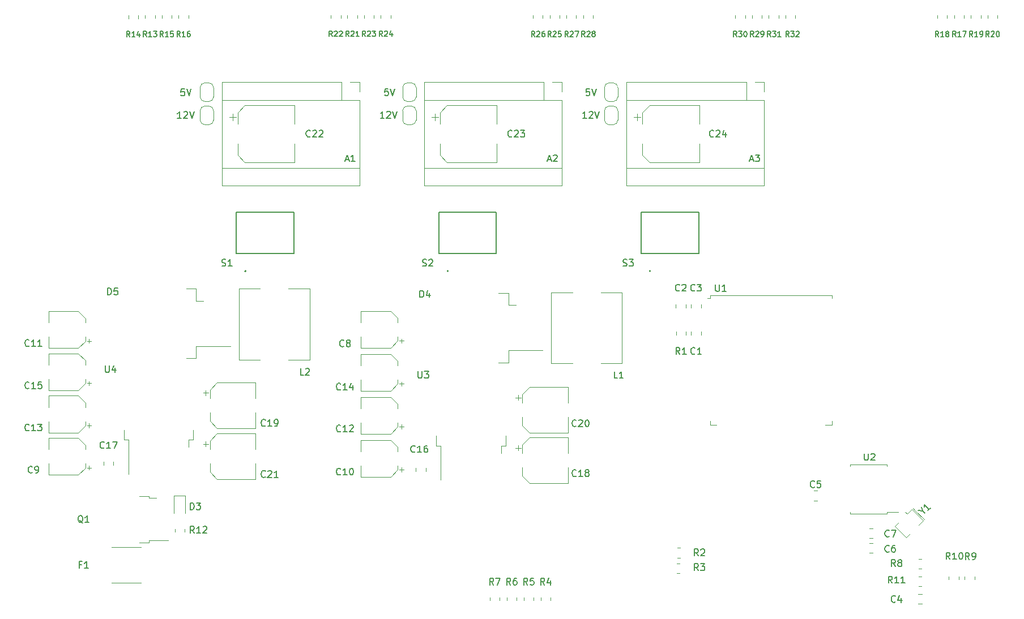
<source format=gbr>
%TF.GenerationSoftware,KiCad,Pcbnew,(5.1.9)-1*%
%TF.CreationDate,2021-08-07T22:14:23+02:00*%
%TF.ProjectId,Arm_Mainboard,41726d5f-4d61-4696-9e62-6f6172642e6b,rev?*%
%TF.SameCoordinates,Original*%
%TF.FileFunction,Legend,Top*%
%TF.FilePolarity,Positive*%
%FSLAX46Y46*%
G04 Gerber Fmt 4.6, Leading zero omitted, Abs format (unit mm)*
G04 Created by KiCad (PCBNEW (5.1.9)-1) date 2021-08-07 22:14:23*
%MOMM*%
%LPD*%
G01*
G04 APERTURE LIST*
%ADD10C,0.120000*%
%ADD11C,0.127000*%
%ADD12C,0.200000*%
%ADD13C,0.150000*%
G04 APERTURE END LIST*
D10*
%TO.C,A3*%
X186843328Y-82120000D02*
X186843328Y-69290000D01*
X166263328Y-82120000D02*
X186843328Y-82120000D01*
X166263328Y-66620000D02*
X166263328Y-82120000D01*
X184173328Y-66620000D02*
X166263328Y-66620000D01*
X184173328Y-69290000D02*
X184173328Y-66620000D01*
X186843328Y-69290000D02*
X184173328Y-69290000D01*
X186843328Y-66620000D02*
X185443328Y-66620000D01*
X186843328Y-68020000D02*
X186843328Y-66620000D01*
X184173328Y-69290000D02*
X166263328Y-69290000D01*
X186843328Y-79450000D02*
X166263328Y-79450000D01*
%TO.C,A1*%
X126367776Y-79450000D02*
X105787776Y-79450000D01*
X123697776Y-69290000D02*
X105787776Y-69290000D01*
X126367776Y-68020000D02*
X126367776Y-66620000D01*
X126367776Y-66620000D02*
X124967776Y-66620000D01*
X126367776Y-69290000D02*
X123697776Y-69290000D01*
X123697776Y-69290000D02*
X123697776Y-66620000D01*
X123697776Y-66620000D02*
X105787776Y-66620000D01*
X105787776Y-66620000D02*
X105787776Y-82120000D01*
X105787776Y-82120000D02*
X126367776Y-82120000D01*
X126367776Y-82120000D02*
X126367776Y-69290000D01*
%TO.C,A2*%
X156605552Y-82120000D02*
X156605552Y-69290000D01*
X136025552Y-82120000D02*
X156605552Y-82120000D01*
X136025552Y-66620000D02*
X136025552Y-82120000D01*
X153935552Y-66620000D02*
X136025552Y-66620000D01*
X153935552Y-69290000D02*
X153935552Y-66620000D01*
X156605552Y-69290000D02*
X153935552Y-69290000D01*
X156605552Y-66620000D02*
X155205552Y-66620000D01*
X156605552Y-68020000D02*
X156605552Y-66620000D01*
X153935552Y-69290000D02*
X136025552Y-69290000D01*
X156605552Y-79450000D02*
X136025552Y-79450000D01*
%TO.C,C1*%
X177405000Y-104471252D02*
X177405000Y-103948748D01*
X175935000Y-104471252D02*
X175935000Y-103948748D01*
%TO.C,C2*%
X175115000Y-100391252D02*
X175115000Y-99868748D01*
X173645000Y-100391252D02*
X173645000Y-99868748D01*
%TO.C,C3*%
X175925000Y-100391252D02*
X175925000Y-99868748D01*
X177395000Y-100391252D02*
X177395000Y-99868748D01*
%TO.C,C4*%
X209898748Y-143235000D02*
X210421252Y-143235000D01*
X209898748Y-144705000D02*
X210421252Y-144705000D01*
%TO.C,C5*%
X194288748Y-129255000D02*
X194811252Y-129255000D01*
X194288748Y-127785000D02*
X194811252Y-127785000D01*
%TO.C,C6*%
X203086252Y-137055000D02*
X202563748Y-137055000D01*
X203086252Y-135585000D02*
X202563748Y-135585000D01*
%TO.C,C7*%
X203086252Y-134885000D02*
X202563748Y-134885000D01*
X203086252Y-133415000D02*
X202563748Y-133415000D01*
%TO.C,C8*%
X126570000Y-100900000D02*
X126570000Y-102600000D01*
X126570000Y-106420000D02*
X126570000Y-104720000D01*
X131025563Y-106420000D02*
X126570000Y-106420000D01*
X131025563Y-100900000D02*
X126570000Y-100900000D01*
X132090000Y-101964437D02*
X132090000Y-102600000D01*
X132090000Y-105355563D02*
X132090000Y-104720000D01*
X132090000Y-105355563D02*
X131025563Y-106420000D01*
X132090000Y-101964437D02*
X131025563Y-100900000D01*
X132955000Y-105345000D02*
X132330000Y-105345000D01*
X132642500Y-105657500D02*
X132642500Y-105032500D01*
%TO.C,C9*%
X85942500Y-124637500D02*
X85942500Y-124012500D01*
X86255000Y-124325000D02*
X85630000Y-124325000D01*
X85390000Y-120944437D02*
X84325563Y-119880000D01*
X85390000Y-124335563D02*
X84325563Y-125400000D01*
X85390000Y-124335563D02*
X85390000Y-123700000D01*
X85390000Y-120944437D02*
X85390000Y-121580000D01*
X84325563Y-119880000D02*
X79870000Y-119880000D01*
X84325563Y-125400000D02*
X79870000Y-125400000D01*
X79870000Y-125400000D02*
X79870000Y-123700000D01*
X79870000Y-119880000D02*
X79870000Y-121580000D01*
%TO.C,C10*%
X132642500Y-124932499D02*
X132642500Y-124307499D01*
X132955000Y-124619999D02*
X132330000Y-124619999D01*
X132090000Y-121239436D02*
X131025563Y-120174999D01*
X132090000Y-124630562D02*
X131025563Y-125694999D01*
X132090000Y-124630562D02*
X132090000Y-123994999D01*
X132090000Y-121239436D02*
X132090000Y-121874999D01*
X131025563Y-120174999D02*
X126570000Y-120174999D01*
X131025563Y-125694999D02*
X126570000Y-125694999D01*
X126570000Y-125694999D02*
X126570000Y-123994999D01*
X126570000Y-120174999D02*
X126570000Y-121874999D01*
%TO.C,C11*%
X79870000Y-100930000D02*
X79870000Y-102630000D01*
X79870000Y-106450000D02*
X79870000Y-104750000D01*
X84325563Y-106450000D02*
X79870000Y-106450000D01*
X84325563Y-100930000D02*
X79870000Y-100930000D01*
X85390000Y-101994437D02*
X85390000Y-102630000D01*
X85390000Y-105385563D02*
X85390000Y-104750000D01*
X85390000Y-105385563D02*
X84325563Y-106450000D01*
X85390000Y-101994437D02*
X84325563Y-100930000D01*
X86255000Y-105375000D02*
X85630000Y-105375000D01*
X85942500Y-105687500D02*
X85942500Y-105062500D01*
%TO.C,C12*%
X126570000Y-113749998D02*
X126570000Y-115449998D01*
X126570000Y-119269998D02*
X126570000Y-117569998D01*
X131025563Y-119269998D02*
X126570000Y-119269998D01*
X131025563Y-113749998D02*
X126570000Y-113749998D01*
X132090000Y-114814435D02*
X132090000Y-115449998D01*
X132090000Y-118205561D02*
X132090000Y-117569998D01*
X132090000Y-118205561D02*
X131025563Y-119269998D01*
X132090000Y-114814435D02*
X131025563Y-113749998D01*
X132955000Y-118194998D02*
X132330000Y-118194998D01*
X132642500Y-118507498D02*
X132642500Y-117882498D01*
%TO.C,C13*%
X85942500Y-118320832D02*
X85942500Y-117695832D01*
X86255000Y-118008332D02*
X85630000Y-118008332D01*
X85390000Y-114627769D02*
X84325563Y-113563332D01*
X85390000Y-118018895D02*
X84325563Y-119083332D01*
X85390000Y-118018895D02*
X85390000Y-117383332D01*
X85390000Y-114627769D02*
X85390000Y-115263332D01*
X84325563Y-113563332D02*
X79870000Y-113563332D01*
X84325563Y-119083332D02*
X79870000Y-119083332D01*
X79870000Y-119083332D02*
X79870000Y-117383332D01*
X79870000Y-113563332D02*
X79870000Y-115263332D01*
%TO.C,C14*%
X132642500Y-112082499D02*
X132642500Y-111457499D01*
X132955000Y-111769999D02*
X132330000Y-111769999D01*
X132090000Y-108389436D02*
X131025563Y-107324999D01*
X132090000Y-111780562D02*
X131025563Y-112844999D01*
X132090000Y-111780562D02*
X132090000Y-111144999D01*
X132090000Y-108389436D02*
X132090000Y-109024999D01*
X131025563Y-107324999D02*
X126570000Y-107324999D01*
X131025563Y-112844999D02*
X126570000Y-112844999D01*
X126570000Y-112844999D02*
X126570000Y-111144999D01*
X126570000Y-107324999D02*
X126570000Y-109024999D01*
%TO.C,C15*%
X79870000Y-107246666D02*
X79870000Y-108946666D01*
X79870000Y-112766666D02*
X79870000Y-111066666D01*
X84325563Y-112766666D02*
X79870000Y-112766666D01*
X84325563Y-107246666D02*
X79870000Y-107246666D01*
X85390000Y-108311103D02*
X85390000Y-108946666D01*
X85390000Y-111702229D02*
X85390000Y-111066666D01*
X85390000Y-111702229D02*
X84325563Y-112766666D01*
X85390000Y-108311103D02*
X84325563Y-107246666D01*
X86255000Y-111691666D02*
X85630000Y-111691666D01*
X85942500Y-112004166D02*
X85942500Y-111379166D01*
%TO.C,C16*%
X136265000Y-124851252D02*
X136265000Y-124328748D01*
X134795000Y-124851252D02*
X134795000Y-124328748D01*
%TO.C,C17*%
X89565000Y-123921252D02*
X89565000Y-123398748D01*
X88095000Y-123921252D02*
X88095000Y-123398748D01*
%TO.C,C18*%
X150086250Y-120978750D02*
X150086250Y-121766250D01*
X149692500Y-121372500D02*
X150480000Y-121372500D01*
X150720000Y-125565563D02*
X151784437Y-126630000D01*
X150720000Y-120874437D02*
X151784437Y-119810000D01*
X150720000Y-120874437D02*
X150720000Y-122160000D01*
X150720000Y-125565563D02*
X150720000Y-124280000D01*
X151784437Y-126630000D02*
X157540000Y-126630000D01*
X151784437Y-119810000D02*
X157540000Y-119810000D01*
X157540000Y-119810000D02*
X157540000Y-122160000D01*
X157540000Y-126630000D02*
X157540000Y-124280000D01*
%TO.C,C19*%
X110840000Y-118400000D02*
X110840000Y-116050000D01*
X110840000Y-111580000D02*
X110840000Y-113930000D01*
X105084437Y-111580000D02*
X110840000Y-111580000D01*
X105084437Y-118400000D02*
X110840000Y-118400000D01*
X104020000Y-117335563D02*
X104020000Y-116050000D01*
X104020000Y-112644437D02*
X104020000Y-113930000D01*
X104020000Y-112644437D02*
X105084437Y-111580000D01*
X104020000Y-117335563D02*
X105084437Y-118400000D01*
X102992500Y-113142500D02*
X103780000Y-113142500D01*
X103386250Y-112748750D02*
X103386250Y-113536250D01*
%TO.C,C20*%
X157540000Y-119110000D02*
X157540000Y-116760000D01*
X157540000Y-112290000D02*
X157540000Y-114640000D01*
X151784437Y-112290000D02*
X157540000Y-112290000D01*
X151784437Y-119110000D02*
X157540000Y-119110000D01*
X150720000Y-118045563D02*
X150720000Y-116760000D01*
X150720000Y-113354437D02*
X150720000Y-114640000D01*
X150720000Y-113354437D02*
X151784437Y-112290000D01*
X150720000Y-118045563D02*
X151784437Y-119110000D01*
X149692500Y-113852500D02*
X150480000Y-113852500D01*
X150086250Y-113458750D02*
X150086250Y-114246250D01*
%TO.C,C21*%
X103386250Y-120398750D02*
X103386250Y-121186250D01*
X102992500Y-120792500D02*
X103780000Y-120792500D01*
X104020000Y-124985563D02*
X105084437Y-126050000D01*
X104020000Y-120294437D02*
X105084437Y-119230000D01*
X104020000Y-120294437D02*
X104020000Y-121580000D01*
X104020000Y-124985563D02*
X104020000Y-123700000D01*
X105084437Y-126050000D02*
X110840000Y-126050000D01*
X105084437Y-119230000D02*
X110840000Y-119230000D01*
X110840000Y-119230000D02*
X110840000Y-121580000D01*
X110840000Y-126050000D02*
X110840000Y-123700000D01*
%TO.C,C22*%
X116670276Y-78620000D02*
X116670276Y-75870000D01*
X116670276Y-70100000D02*
X116670276Y-72850000D01*
X109214713Y-70100000D02*
X116670276Y-70100000D01*
X109214713Y-78620000D02*
X116670276Y-78620000D01*
X108150276Y-77555563D02*
X108150276Y-75870000D01*
X108150276Y-71164437D02*
X108150276Y-72850000D01*
X108150276Y-71164437D02*
X109214713Y-70100000D01*
X108150276Y-77555563D02*
X109214713Y-78620000D01*
X106910276Y-71850000D02*
X107910276Y-71850000D01*
X107410276Y-71350000D02*
X107410276Y-72350000D01*
%TO.C,C23*%
X137648052Y-71350000D02*
X137648052Y-72350000D01*
X137148052Y-71850000D02*
X138148052Y-71850000D01*
X138388052Y-77555563D02*
X139452489Y-78620000D01*
X138388052Y-71164437D02*
X139452489Y-70100000D01*
X138388052Y-71164437D02*
X138388052Y-72850000D01*
X138388052Y-77555563D02*
X138388052Y-75870000D01*
X139452489Y-78620000D02*
X146908052Y-78620000D01*
X139452489Y-70100000D02*
X146908052Y-70100000D01*
X146908052Y-70100000D02*
X146908052Y-72850000D01*
X146908052Y-78620000D02*
X146908052Y-75870000D01*
%TO.C,C24*%
X167885828Y-71350000D02*
X167885828Y-72350000D01*
X167385828Y-71850000D02*
X168385828Y-71850000D01*
X168625828Y-77555563D02*
X169690265Y-78620000D01*
X168625828Y-71164437D02*
X169690265Y-70100000D01*
X168625828Y-71164437D02*
X168625828Y-72850000D01*
X168625828Y-77555563D02*
X168625828Y-75870000D01*
X169690265Y-78620000D02*
X177145828Y-78620000D01*
X169690265Y-70100000D02*
X177145828Y-70100000D01*
X177145828Y-70100000D02*
X177145828Y-72850000D01*
X177145828Y-78620000D02*
X177145828Y-75870000D01*
%TO.C,D3*%
X100330000Y-128550000D02*
X100330000Y-131100000D01*
X98630000Y-128550000D02*
X98630000Y-131100000D01*
X100330000Y-128550000D02*
X98630000Y-128550000D01*
%TO.C,D4*%
X148640000Y-100000000D02*
X149740000Y-100000000D01*
X148640000Y-98190000D02*
X148640000Y-100000000D01*
X147140000Y-98190000D02*
X148640000Y-98190000D01*
X148640000Y-106780000D02*
X153765000Y-106780000D01*
X148640000Y-108590000D02*
X148640000Y-106780000D01*
X147140000Y-108590000D02*
X148640000Y-108590000D01*
%TO.C,D5*%
X100440000Y-107960000D02*
X101940000Y-107960000D01*
X101940000Y-107960000D02*
X101940000Y-106150000D01*
X101940000Y-106150000D02*
X107065000Y-106150000D01*
X100440000Y-97560000D02*
X101940000Y-97560000D01*
X101940000Y-97560000D02*
X101940000Y-99370000D01*
X101940000Y-99370000D02*
X103040000Y-99370000D01*
%TO.C,F1*%
X89286248Y-141520000D02*
X93693752Y-141520000D01*
X89286248Y-136180000D02*
X93693752Y-136180000D01*
%TO.C,12V*%
X103840000Y-73010000D02*
X103240000Y-73010000D01*
X104540000Y-70910000D02*
X104540000Y-72310000D01*
X103240000Y-70210000D02*
X103840000Y-70210000D01*
X102540000Y-72310000D02*
X102540000Y-70910000D01*
X103240000Y-73010000D02*
G75*
G02*
X102540000Y-72310000I0J700000D01*
G01*
X104540000Y-72310000D02*
G75*
G02*
X103840000Y-73010000I-700000J0D01*
G01*
X103840000Y-70210000D02*
G75*
G02*
X104540000Y-70910000I0J-700000D01*
G01*
X102540000Y-70910000D02*
G75*
G02*
X103240000Y-70210000I700000J0D01*
G01*
%TO.C,5V*%
X103840000Y-69540000D02*
X103240000Y-69540000D01*
X104540000Y-67440000D02*
X104540000Y-68840000D01*
X103240000Y-66740000D02*
X103840000Y-66740000D01*
X102540000Y-68840000D02*
X102540000Y-67440000D01*
X103240000Y-69540000D02*
G75*
G02*
X102540000Y-68840000I0J700000D01*
G01*
X104540000Y-68840000D02*
G75*
G02*
X103840000Y-69540000I-700000J0D01*
G01*
X103840000Y-66740000D02*
G75*
G02*
X104540000Y-67440000I0J-700000D01*
G01*
X102540000Y-67440000D02*
G75*
G02*
X103240000Y-66740000I700000J0D01*
G01*
%TO.C,12V*%
X132810000Y-72310000D02*
X132810000Y-70910000D01*
X133510000Y-70210000D02*
X134110000Y-70210000D01*
X134810000Y-70910000D02*
X134810000Y-72310000D01*
X134110000Y-73010000D02*
X133510000Y-73010000D01*
X132810000Y-70910000D02*
G75*
G02*
X133510000Y-70210000I700000J0D01*
G01*
X134110000Y-70210000D02*
G75*
G02*
X134810000Y-70910000I0J-700000D01*
G01*
X134810000Y-72310000D02*
G75*
G02*
X134110000Y-73010000I-700000J0D01*
G01*
X133510000Y-73010000D02*
G75*
G02*
X132810000Y-72310000I0J700000D01*
G01*
%TO.C,5V*%
X132810000Y-68840000D02*
X132810000Y-67440000D01*
X133510000Y-66740000D02*
X134110000Y-66740000D01*
X134810000Y-67440000D02*
X134810000Y-68840000D01*
X134110000Y-69540000D02*
X133510000Y-69540000D01*
X132810000Y-67440000D02*
G75*
G02*
X133510000Y-66740000I700000J0D01*
G01*
X134110000Y-66740000D02*
G75*
G02*
X134810000Y-67440000I0J-700000D01*
G01*
X134810000Y-68840000D02*
G75*
G02*
X134110000Y-69540000I-700000J0D01*
G01*
X133510000Y-69540000D02*
G75*
G02*
X132810000Y-68840000I0J700000D01*
G01*
%TO.C,12V*%
X162980000Y-72310000D02*
X162980000Y-70910000D01*
X163680000Y-70210000D02*
X164280000Y-70210000D01*
X164980000Y-70910000D02*
X164980000Y-72310000D01*
X164280000Y-73010000D02*
X163680000Y-73010000D01*
X162980000Y-70910000D02*
G75*
G02*
X163680000Y-70210000I700000J0D01*
G01*
X164280000Y-70210000D02*
G75*
G02*
X164980000Y-70910000I0J-700000D01*
G01*
X164980000Y-72310000D02*
G75*
G02*
X164280000Y-73010000I-700000J0D01*
G01*
X163680000Y-73010000D02*
G75*
G02*
X162980000Y-72310000I0J700000D01*
G01*
%TO.C,5V*%
X164280000Y-69540000D02*
X163680000Y-69540000D01*
X164980000Y-67440000D02*
X164980000Y-68840000D01*
X163680000Y-66740000D02*
X164280000Y-66740000D01*
X162980000Y-68840000D02*
X162980000Y-67440000D01*
X163680000Y-69540000D02*
G75*
G02*
X162980000Y-68840000I0J700000D01*
G01*
X164980000Y-68840000D02*
G75*
G02*
X164280000Y-69540000I-700000J0D01*
G01*
X164280000Y-66740000D02*
G75*
G02*
X164980000Y-67440000I0J-700000D01*
G01*
X162980000Y-67440000D02*
G75*
G02*
X163680000Y-66740000I700000J0D01*
G01*
%TO.C,L1*%
X155010000Y-98090000D02*
X158210000Y-98090000D01*
X155010000Y-108690000D02*
X155010000Y-98090000D01*
X158210000Y-108690000D02*
X155010000Y-108690000D01*
X165610000Y-108690000D02*
X162410000Y-108690000D01*
X165610000Y-98090000D02*
X165610000Y-108690000D01*
X162410000Y-98090000D02*
X165610000Y-98090000D01*
%TO.C,L2*%
X115710000Y-97560000D02*
X118910000Y-97560000D01*
X118910000Y-97560000D02*
X118910000Y-108160000D01*
X118910000Y-108160000D02*
X115710000Y-108160000D01*
X111510000Y-108160000D02*
X108310000Y-108160000D01*
X108310000Y-108160000D02*
X108310000Y-97560000D01*
X108310000Y-97560000D02*
X111510000Y-97560000D01*
%TO.C,Q1*%
X94910000Y-128870000D02*
X96010000Y-128870000D01*
X94910000Y-128600000D02*
X94910000Y-128870000D01*
X93410000Y-128600000D02*
X94910000Y-128600000D01*
X94910000Y-135230000D02*
X97740000Y-135230000D01*
X94910000Y-135500000D02*
X94910000Y-135230000D01*
X93410000Y-135500000D02*
X94910000Y-135500000D01*
%TO.C,R1*%
X175155000Y-103982936D02*
X175155000Y-104437064D01*
X173685000Y-103982936D02*
X173685000Y-104437064D01*
%TO.C,R2*%
X174297064Y-136345000D02*
X173842936Y-136345000D01*
X174297064Y-137815000D02*
X173842936Y-137815000D01*
%TO.C,R3*%
X174257064Y-140115000D02*
X173802936Y-140115000D01*
X174257064Y-138645000D02*
X173802936Y-138645000D01*
%TO.C,R4*%
X154925000Y-144204564D02*
X154925000Y-143750436D01*
X153455000Y-144204564D02*
X153455000Y-143750436D01*
%TO.C,R5*%
X150915000Y-144204564D02*
X150915000Y-143750436D01*
X152385000Y-144204564D02*
X152385000Y-143750436D01*
%TO.C,R6*%
X149845000Y-144204564D02*
X149845000Y-143750436D01*
X148375000Y-144204564D02*
X148375000Y-143750436D01*
%TO.C,R7*%
X147305000Y-144204564D02*
X147305000Y-143750436D01*
X145835000Y-144204564D02*
X145835000Y-143750436D01*
%TO.C,R8*%
X209932936Y-139475000D02*
X210387064Y-139475000D01*
X209932936Y-138005000D02*
X210387064Y-138005000D01*
%TO.C,R9*%
X216835000Y-141067064D02*
X216835000Y-140612936D01*
X218305000Y-141067064D02*
X218305000Y-140612936D01*
%TO.C,R10*%
X214475000Y-141067064D02*
X214475000Y-140612936D01*
X215945000Y-141067064D02*
X215945000Y-140612936D01*
%TO.C,R11*%
X209932936Y-140605000D02*
X210387064Y-140605000D01*
X209932936Y-142075000D02*
X210387064Y-142075000D01*
%TO.C,R12*%
X100215000Y-133927064D02*
X100215000Y-133472936D01*
X98745000Y-133927064D02*
X98745000Y-133472936D01*
%TO.C,R13*%
X94313888Y-56632936D02*
X94313888Y-57087064D01*
X95783888Y-56632936D02*
X95783888Y-57087064D01*
%TO.C,R14*%
X93283888Y-56642936D02*
X93283888Y-57097064D01*
X91813888Y-56642936D02*
X91813888Y-57097064D01*
%TO.C,R15*%
X96813888Y-56622936D02*
X96813888Y-57077064D01*
X98283888Y-56622936D02*
X98283888Y-57077064D01*
%TO.C,R16*%
X100783888Y-56622936D02*
X100783888Y-57077064D01*
X99313888Y-56622936D02*
X99313888Y-57077064D01*
%TO.C,R17*%
X215265000Y-56622936D02*
X215265000Y-57077064D01*
X216735000Y-56622936D02*
X216735000Y-57077064D01*
%TO.C,R18*%
X214185000Y-56622936D02*
X214185000Y-57077064D01*
X212715000Y-56622936D02*
X212715000Y-57077064D01*
%TO.C,R19*%
X217765000Y-56622936D02*
X217765000Y-57077064D01*
X219235000Y-56622936D02*
X219235000Y-57077064D01*
%TO.C,R20*%
X220265000Y-56622936D02*
X220265000Y-57077064D01*
X221735000Y-56622936D02*
X221735000Y-57077064D01*
%TO.C,R21*%
X124551664Y-56622936D02*
X124551664Y-57077064D01*
X126021664Y-56622936D02*
X126021664Y-57077064D01*
%TO.C,R22*%
X123545000Y-56622936D02*
X123545000Y-57077064D01*
X122075000Y-56622936D02*
X122075000Y-57077064D01*
%TO.C,R23*%
X127051664Y-56622936D02*
X127051664Y-57077064D01*
X128521664Y-56622936D02*
X128521664Y-57077064D01*
%TO.C,R24*%
X131021664Y-56622936D02*
X131021664Y-57077064D01*
X129551664Y-56622936D02*
X129551664Y-57077064D01*
%TO.C,R25*%
X156259440Y-56622936D02*
X156259440Y-57077064D01*
X154789440Y-56622936D02*
X154789440Y-57077064D01*
%TO.C,R26*%
X153759440Y-56622936D02*
X153759440Y-57077064D01*
X152289440Y-56622936D02*
X152289440Y-57077064D01*
%TO.C,R27*%
X158759440Y-56622936D02*
X158759440Y-57077064D01*
X157289440Y-56622936D02*
X157289440Y-57077064D01*
%TO.C,R28*%
X159789440Y-56622936D02*
X159789440Y-57077064D01*
X161259440Y-56622936D02*
X161259440Y-57077064D01*
%TO.C,R29*%
X185027216Y-56622936D02*
X185027216Y-57077064D01*
X186497216Y-56622936D02*
X186497216Y-57077064D01*
%TO.C,R30*%
X183997216Y-56622936D02*
X183997216Y-57077064D01*
X182527216Y-56622936D02*
X182527216Y-57077064D01*
%TO.C,R31*%
X187527216Y-56622936D02*
X187527216Y-57077064D01*
X188997216Y-56622936D02*
X188997216Y-57077064D01*
%TO.C,R32*%
X191497216Y-56622936D02*
X191497216Y-57077064D01*
X190027216Y-56622936D02*
X190027216Y-57077064D01*
D11*
%TO.C,S1*%
X107957776Y-92260000D02*
X107957776Y-86060000D01*
X107957776Y-86060000D02*
X116577776Y-86060000D01*
X116577776Y-86060000D02*
X116577776Y-92260000D01*
X116577776Y-92260000D02*
X107957776Y-92260000D01*
D12*
X109397776Y-94910000D02*
G75*
G03*
X109397776Y-94910000I-100000J0D01*
G01*
%TO.C,S2*%
X139635552Y-94910000D02*
G75*
G03*
X139635552Y-94910000I-100000J0D01*
G01*
D11*
X146815552Y-92260000D02*
X138195552Y-92260000D01*
X146815552Y-86060000D02*
X146815552Y-92260000D01*
X138195552Y-86060000D02*
X146815552Y-86060000D01*
X138195552Y-92260000D02*
X138195552Y-86060000D01*
%TO.C,S3*%
X168433328Y-92260000D02*
X168433328Y-86060000D01*
X168433328Y-86060000D02*
X177053328Y-86060000D01*
X177053328Y-86060000D02*
X177053328Y-92260000D01*
X177053328Y-92260000D02*
X168433328Y-92260000D01*
D12*
X169873328Y-94910000D02*
G75*
G03*
X169873328Y-94910000I-100000J0D01*
G01*
D10*
%TO.C,U1*%
X178750000Y-98932500D02*
X178370000Y-98932500D01*
X178750000Y-98512500D02*
X178750000Y-98932500D01*
X196990000Y-98512500D02*
X196990000Y-98932500D01*
X178750000Y-98512500D02*
X196990000Y-98512500D01*
X196990000Y-117952500D02*
X195990000Y-117952500D01*
X196990000Y-117332500D02*
X196990000Y-117952500D01*
X178750000Y-117952500D02*
X179750000Y-117952500D01*
X178750000Y-117332500D02*
X178750000Y-117952500D01*
%TO.C,U2*%
X205185000Y-130980000D02*
X206875000Y-130980000D01*
X205185000Y-131255000D02*
X205185000Y-130980000D01*
X202425000Y-131255000D02*
X205185000Y-131255000D01*
X199665000Y-131255000D02*
X199665000Y-130980000D01*
X202425000Y-131255000D02*
X199665000Y-131255000D01*
X205185000Y-123835000D02*
X205185000Y-124110000D01*
X202425000Y-123835000D02*
X205185000Y-123835000D01*
X199665000Y-123835000D02*
X199665000Y-124110000D01*
X202425000Y-123835000D02*
X199665000Y-123835000D01*
%TO.C,U3*%
X137820000Y-119550000D02*
X137820000Y-121050000D01*
X137820000Y-121050000D02*
X138510000Y-121050000D01*
X138510000Y-121050000D02*
X138510000Y-126175000D01*
X148220000Y-119550000D02*
X148220000Y-121050000D01*
X148220000Y-121050000D02*
X147530000Y-121050000D01*
X147530000Y-121050000D02*
X147530000Y-122150000D01*
%TO.C,U4*%
X100830000Y-120170000D02*
X100830000Y-121270000D01*
X101520000Y-120170000D02*
X100830000Y-120170000D01*
X101520000Y-118670000D02*
X101520000Y-120170000D01*
X91810000Y-120170000D02*
X91810000Y-125295000D01*
X91120000Y-120170000D02*
X91810000Y-120170000D01*
X91120000Y-118670000D02*
X91120000Y-120170000D01*
%TO.C,Y1*%
X209350000Y-130688629D02*
X209067157Y-130405786D01*
X209208579Y-130830050D02*
X208925736Y-130547208D01*
X206662994Y-133375635D02*
X206380152Y-133092792D01*
X210764214Y-132102843D02*
X209350000Y-130688629D01*
X208218629Y-131254314D02*
X207935787Y-130971472D01*
X208218629Y-131254314D02*
X208925736Y-130547208D01*
X209208579Y-130830050D02*
X210622792Y-132244264D01*
X210622792Y-132244264D02*
X209915686Y-132951371D01*
X208642893Y-134224163D02*
X208077208Y-134789848D01*
X208077208Y-134789848D02*
X206662994Y-133375635D01*
X206380152Y-133092792D02*
X206945837Y-132527107D01*
%TO.C,A3*%
D13*
X184729042Y-78226666D02*
X185205232Y-78226666D01*
X184633804Y-78512380D02*
X184967137Y-77512380D01*
X185300470Y-78512380D01*
X185538566Y-77512380D02*
X186157613Y-77512380D01*
X185824280Y-77893333D01*
X185967137Y-77893333D01*
X186062375Y-77940952D01*
X186109994Y-77988571D01*
X186157613Y-78083809D01*
X186157613Y-78321904D01*
X186109994Y-78417142D01*
X186062375Y-78464761D01*
X185967137Y-78512380D01*
X185681423Y-78512380D01*
X185586185Y-78464761D01*
X185538566Y-78417142D01*
%TO.C,A1*%
X124253490Y-78226666D02*
X124729680Y-78226666D01*
X124158252Y-78512380D02*
X124491585Y-77512380D01*
X124824918Y-78512380D01*
X125682061Y-78512380D02*
X125110633Y-78512380D01*
X125396347Y-78512380D02*
X125396347Y-77512380D01*
X125301109Y-77655238D01*
X125205871Y-77750476D01*
X125110633Y-77798095D01*
%TO.C,A2*%
X154491266Y-78226666D02*
X154967456Y-78226666D01*
X154396028Y-78512380D02*
X154729361Y-77512380D01*
X155062694Y-78512380D01*
X155348409Y-77607619D02*
X155396028Y-77560000D01*
X155491266Y-77512380D01*
X155729361Y-77512380D01*
X155824599Y-77560000D01*
X155872218Y-77607619D01*
X155919837Y-77702857D01*
X155919837Y-77798095D01*
X155872218Y-77940952D01*
X155300790Y-78512380D01*
X155919837Y-78512380D01*
%TO.C,C1*%
X176503333Y-107257142D02*
X176455714Y-107304761D01*
X176312857Y-107352380D01*
X176217619Y-107352380D01*
X176074761Y-107304761D01*
X175979523Y-107209523D01*
X175931904Y-107114285D01*
X175884285Y-106923809D01*
X175884285Y-106780952D01*
X175931904Y-106590476D01*
X175979523Y-106495238D01*
X176074761Y-106400000D01*
X176217619Y-106352380D01*
X176312857Y-106352380D01*
X176455714Y-106400000D01*
X176503333Y-106447619D01*
X177455714Y-107352380D02*
X176884285Y-107352380D01*
X177170000Y-107352380D02*
X177170000Y-106352380D01*
X177074761Y-106495238D01*
X176979523Y-106590476D01*
X176884285Y-106638095D01*
%TO.C,C2*%
X174213333Y-97797142D02*
X174165714Y-97844761D01*
X174022857Y-97892380D01*
X173927619Y-97892380D01*
X173784761Y-97844761D01*
X173689523Y-97749523D01*
X173641904Y-97654285D01*
X173594285Y-97463809D01*
X173594285Y-97320952D01*
X173641904Y-97130476D01*
X173689523Y-97035238D01*
X173784761Y-96940000D01*
X173927619Y-96892380D01*
X174022857Y-96892380D01*
X174165714Y-96940000D01*
X174213333Y-96987619D01*
X174594285Y-96987619D02*
X174641904Y-96940000D01*
X174737142Y-96892380D01*
X174975238Y-96892380D01*
X175070476Y-96940000D01*
X175118095Y-96987619D01*
X175165714Y-97082857D01*
X175165714Y-97178095D01*
X175118095Y-97320952D01*
X174546666Y-97892380D01*
X175165714Y-97892380D01*
%TO.C,C3*%
X176493333Y-97797142D02*
X176445714Y-97844761D01*
X176302857Y-97892380D01*
X176207619Y-97892380D01*
X176064761Y-97844761D01*
X175969523Y-97749523D01*
X175921904Y-97654285D01*
X175874285Y-97463809D01*
X175874285Y-97320952D01*
X175921904Y-97130476D01*
X175969523Y-97035238D01*
X176064761Y-96940000D01*
X176207619Y-96892380D01*
X176302857Y-96892380D01*
X176445714Y-96940000D01*
X176493333Y-96987619D01*
X176826666Y-96892380D02*
X177445714Y-96892380D01*
X177112380Y-97273333D01*
X177255238Y-97273333D01*
X177350476Y-97320952D01*
X177398095Y-97368571D01*
X177445714Y-97463809D01*
X177445714Y-97701904D01*
X177398095Y-97797142D01*
X177350476Y-97844761D01*
X177255238Y-97892380D01*
X176969523Y-97892380D01*
X176874285Y-97844761D01*
X176826666Y-97797142D01*
%TO.C,C4*%
X206473333Y-144387142D02*
X206425714Y-144434761D01*
X206282857Y-144482380D01*
X206187619Y-144482380D01*
X206044761Y-144434761D01*
X205949523Y-144339523D01*
X205901904Y-144244285D01*
X205854285Y-144053809D01*
X205854285Y-143910952D01*
X205901904Y-143720476D01*
X205949523Y-143625238D01*
X206044761Y-143530000D01*
X206187619Y-143482380D01*
X206282857Y-143482380D01*
X206425714Y-143530000D01*
X206473333Y-143577619D01*
X207330476Y-143815714D02*
X207330476Y-144482380D01*
X207092380Y-143434761D02*
X206854285Y-144149047D01*
X207473333Y-144149047D01*
%TO.C,C5*%
X194383333Y-127197142D02*
X194335714Y-127244761D01*
X194192857Y-127292380D01*
X194097619Y-127292380D01*
X193954761Y-127244761D01*
X193859523Y-127149523D01*
X193811904Y-127054285D01*
X193764285Y-126863809D01*
X193764285Y-126720952D01*
X193811904Y-126530476D01*
X193859523Y-126435238D01*
X193954761Y-126340000D01*
X194097619Y-126292380D01*
X194192857Y-126292380D01*
X194335714Y-126340000D01*
X194383333Y-126387619D01*
X195288095Y-126292380D02*
X194811904Y-126292380D01*
X194764285Y-126768571D01*
X194811904Y-126720952D01*
X194907142Y-126673333D01*
X195145238Y-126673333D01*
X195240476Y-126720952D01*
X195288095Y-126768571D01*
X195335714Y-126863809D01*
X195335714Y-127101904D01*
X195288095Y-127197142D01*
X195240476Y-127244761D01*
X195145238Y-127292380D01*
X194907142Y-127292380D01*
X194811904Y-127244761D01*
X194764285Y-127197142D01*
%TO.C,C6*%
X205523333Y-136857142D02*
X205475714Y-136904761D01*
X205332857Y-136952380D01*
X205237619Y-136952380D01*
X205094761Y-136904761D01*
X204999523Y-136809523D01*
X204951904Y-136714285D01*
X204904285Y-136523809D01*
X204904285Y-136380952D01*
X204951904Y-136190476D01*
X204999523Y-136095238D01*
X205094761Y-136000000D01*
X205237619Y-135952380D01*
X205332857Y-135952380D01*
X205475714Y-136000000D01*
X205523333Y-136047619D01*
X206380476Y-135952380D02*
X206190000Y-135952380D01*
X206094761Y-136000000D01*
X206047142Y-136047619D01*
X205951904Y-136190476D01*
X205904285Y-136380952D01*
X205904285Y-136761904D01*
X205951904Y-136857142D01*
X205999523Y-136904761D01*
X206094761Y-136952380D01*
X206285238Y-136952380D01*
X206380476Y-136904761D01*
X206428095Y-136857142D01*
X206475714Y-136761904D01*
X206475714Y-136523809D01*
X206428095Y-136428571D01*
X206380476Y-136380952D01*
X206285238Y-136333333D01*
X206094761Y-136333333D01*
X205999523Y-136380952D01*
X205951904Y-136428571D01*
X205904285Y-136523809D01*
%TO.C,C7*%
X205523333Y-134577142D02*
X205475714Y-134624761D01*
X205332857Y-134672380D01*
X205237619Y-134672380D01*
X205094761Y-134624761D01*
X204999523Y-134529523D01*
X204951904Y-134434285D01*
X204904285Y-134243809D01*
X204904285Y-134100952D01*
X204951904Y-133910476D01*
X204999523Y-133815238D01*
X205094761Y-133720000D01*
X205237619Y-133672380D01*
X205332857Y-133672380D01*
X205475714Y-133720000D01*
X205523333Y-133767619D01*
X205856666Y-133672380D02*
X206523333Y-133672380D01*
X206094761Y-134672380D01*
%TO.C,C8*%
X124013333Y-106127142D02*
X123965714Y-106174761D01*
X123822857Y-106222380D01*
X123727619Y-106222380D01*
X123584761Y-106174761D01*
X123489523Y-106079523D01*
X123441904Y-105984285D01*
X123394285Y-105793809D01*
X123394285Y-105650952D01*
X123441904Y-105460476D01*
X123489523Y-105365238D01*
X123584761Y-105270000D01*
X123727619Y-105222380D01*
X123822857Y-105222380D01*
X123965714Y-105270000D01*
X124013333Y-105317619D01*
X124584761Y-105650952D02*
X124489523Y-105603333D01*
X124441904Y-105555714D01*
X124394285Y-105460476D01*
X124394285Y-105412857D01*
X124441904Y-105317619D01*
X124489523Y-105270000D01*
X124584761Y-105222380D01*
X124775238Y-105222380D01*
X124870476Y-105270000D01*
X124918095Y-105317619D01*
X124965714Y-105412857D01*
X124965714Y-105460476D01*
X124918095Y-105555714D01*
X124870476Y-105603333D01*
X124775238Y-105650952D01*
X124584761Y-105650952D01*
X124489523Y-105698571D01*
X124441904Y-105746190D01*
X124394285Y-105841428D01*
X124394285Y-106031904D01*
X124441904Y-106127142D01*
X124489523Y-106174761D01*
X124584761Y-106222380D01*
X124775238Y-106222380D01*
X124870476Y-106174761D01*
X124918095Y-106127142D01*
X124965714Y-106031904D01*
X124965714Y-105841428D01*
X124918095Y-105746190D01*
X124870476Y-105698571D01*
X124775238Y-105650952D01*
%TO.C,C9*%
X77433333Y-125029643D02*
X77385714Y-125077262D01*
X77242857Y-125124881D01*
X77147619Y-125124881D01*
X77004761Y-125077262D01*
X76909523Y-124982024D01*
X76861904Y-124886786D01*
X76814285Y-124696310D01*
X76814285Y-124553453D01*
X76861904Y-124362977D01*
X76909523Y-124267739D01*
X77004761Y-124172501D01*
X77147619Y-124124881D01*
X77242857Y-124124881D01*
X77385714Y-124172501D01*
X77433333Y-124220120D01*
X77909523Y-125124881D02*
X78100000Y-125124881D01*
X78195238Y-125077262D01*
X78242857Y-125029643D01*
X78338095Y-124886786D01*
X78385714Y-124696310D01*
X78385714Y-124315358D01*
X78338095Y-124220120D01*
X78290476Y-124172501D01*
X78195238Y-124124881D01*
X78004761Y-124124881D01*
X77909523Y-124172501D01*
X77861904Y-124220120D01*
X77814285Y-124315358D01*
X77814285Y-124553453D01*
X77861904Y-124648691D01*
X77909523Y-124696310D01*
X78004761Y-124743929D01*
X78195238Y-124743929D01*
X78290476Y-124696310D01*
X78338095Y-124648691D01*
X78385714Y-124553453D01*
%TO.C,C10*%
X123537142Y-125324642D02*
X123489523Y-125372261D01*
X123346666Y-125419880D01*
X123251428Y-125419880D01*
X123108571Y-125372261D01*
X123013333Y-125277023D01*
X122965714Y-125181785D01*
X122918095Y-124991309D01*
X122918095Y-124848452D01*
X122965714Y-124657976D01*
X123013333Y-124562738D01*
X123108571Y-124467500D01*
X123251428Y-124419880D01*
X123346666Y-124419880D01*
X123489523Y-124467500D01*
X123537142Y-124515119D01*
X124489523Y-125419880D02*
X123918095Y-125419880D01*
X124203809Y-125419880D02*
X124203809Y-124419880D01*
X124108571Y-124562738D01*
X124013333Y-124657976D01*
X123918095Y-124705595D01*
X125108571Y-124419880D02*
X125203809Y-124419880D01*
X125299047Y-124467500D01*
X125346666Y-124515119D01*
X125394285Y-124610357D01*
X125441904Y-124800833D01*
X125441904Y-125038928D01*
X125394285Y-125229404D01*
X125346666Y-125324642D01*
X125299047Y-125372261D01*
X125203809Y-125419880D01*
X125108571Y-125419880D01*
X125013333Y-125372261D01*
X124965714Y-125324642D01*
X124918095Y-125229404D01*
X124870476Y-125038928D01*
X124870476Y-124800833D01*
X124918095Y-124610357D01*
X124965714Y-124515119D01*
X125013333Y-124467500D01*
X125108571Y-124419880D01*
%TO.C,C11*%
X76957142Y-106079643D02*
X76909523Y-106127262D01*
X76766666Y-106174881D01*
X76671428Y-106174881D01*
X76528571Y-106127262D01*
X76433333Y-106032024D01*
X76385714Y-105936786D01*
X76338095Y-105746310D01*
X76338095Y-105603453D01*
X76385714Y-105412977D01*
X76433333Y-105317739D01*
X76528571Y-105222501D01*
X76671428Y-105174881D01*
X76766666Y-105174881D01*
X76909523Y-105222501D01*
X76957142Y-105270120D01*
X77909523Y-106174881D02*
X77338095Y-106174881D01*
X77623809Y-106174881D02*
X77623809Y-105174881D01*
X77528571Y-105317739D01*
X77433333Y-105412977D01*
X77338095Y-105460596D01*
X78861904Y-106174881D02*
X78290476Y-106174881D01*
X78576190Y-106174881D02*
X78576190Y-105174881D01*
X78480952Y-105317739D01*
X78385714Y-105412977D01*
X78290476Y-105460596D01*
%TO.C,C12*%
X123537142Y-118857140D02*
X123489523Y-118904759D01*
X123346666Y-118952378D01*
X123251428Y-118952378D01*
X123108571Y-118904759D01*
X123013333Y-118809521D01*
X122965714Y-118714283D01*
X122918095Y-118523807D01*
X122918095Y-118380950D01*
X122965714Y-118190474D01*
X123013333Y-118095236D01*
X123108571Y-117999998D01*
X123251428Y-117952378D01*
X123346666Y-117952378D01*
X123489523Y-117999998D01*
X123537142Y-118047617D01*
X124489523Y-118952378D02*
X123918095Y-118952378D01*
X124203809Y-118952378D02*
X124203809Y-117952378D01*
X124108571Y-118095236D01*
X124013333Y-118190474D01*
X123918095Y-118238093D01*
X124870476Y-118047617D02*
X124918095Y-117999998D01*
X125013333Y-117952378D01*
X125251428Y-117952378D01*
X125346666Y-117999998D01*
X125394285Y-118047617D01*
X125441904Y-118142855D01*
X125441904Y-118238093D01*
X125394285Y-118380950D01*
X124822857Y-118952378D01*
X125441904Y-118952378D01*
%TO.C,C13*%
X76957142Y-118712975D02*
X76909523Y-118760594D01*
X76766666Y-118808213D01*
X76671428Y-118808213D01*
X76528571Y-118760594D01*
X76433333Y-118665356D01*
X76385714Y-118570118D01*
X76338095Y-118379642D01*
X76338095Y-118236785D01*
X76385714Y-118046309D01*
X76433333Y-117951071D01*
X76528571Y-117855833D01*
X76671428Y-117808213D01*
X76766666Y-117808213D01*
X76909523Y-117855833D01*
X76957142Y-117903452D01*
X77909523Y-118808213D02*
X77338095Y-118808213D01*
X77623809Y-118808213D02*
X77623809Y-117808213D01*
X77528571Y-117951071D01*
X77433333Y-118046309D01*
X77338095Y-118093928D01*
X78242857Y-117808213D02*
X78861904Y-117808213D01*
X78528571Y-118189166D01*
X78671428Y-118189166D01*
X78766666Y-118236785D01*
X78814285Y-118284404D01*
X78861904Y-118379642D01*
X78861904Y-118617737D01*
X78814285Y-118712975D01*
X78766666Y-118760594D01*
X78671428Y-118808213D01*
X78385714Y-118808213D01*
X78290476Y-118760594D01*
X78242857Y-118712975D01*
%TO.C,C14*%
X123537142Y-112602141D02*
X123489523Y-112649760D01*
X123346666Y-112697379D01*
X123251428Y-112697379D01*
X123108571Y-112649760D01*
X123013333Y-112554522D01*
X122965714Y-112459284D01*
X122918095Y-112268808D01*
X122918095Y-112125951D01*
X122965714Y-111935475D01*
X123013333Y-111840237D01*
X123108571Y-111744999D01*
X123251428Y-111697379D01*
X123346666Y-111697379D01*
X123489523Y-111744999D01*
X123537142Y-111792618D01*
X124489523Y-112697379D02*
X123918095Y-112697379D01*
X124203809Y-112697379D02*
X124203809Y-111697379D01*
X124108571Y-111840237D01*
X124013333Y-111935475D01*
X123918095Y-111983094D01*
X125346666Y-112030713D02*
X125346666Y-112697379D01*
X125108571Y-111649760D02*
X124870476Y-112364046D01*
X125489523Y-112364046D01*
%TO.C,C15*%
X76957142Y-112396309D02*
X76909523Y-112443928D01*
X76766666Y-112491547D01*
X76671428Y-112491547D01*
X76528571Y-112443928D01*
X76433333Y-112348690D01*
X76385714Y-112253452D01*
X76338095Y-112062976D01*
X76338095Y-111920119D01*
X76385714Y-111729643D01*
X76433333Y-111634405D01*
X76528571Y-111539167D01*
X76671428Y-111491547D01*
X76766666Y-111491547D01*
X76909523Y-111539167D01*
X76957142Y-111586786D01*
X77909523Y-112491547D02*
X77338095Y-112491547D01*
X77623809Y-112491547D02*
X77623809Y-111491547D01*
X77528571Y-111634405D01*
X77433333Y-111729643D01*
X77338095Y-111777262D01*
X78814285Y-111491547D02*
X78338095Y-111491547D01*
X78290476Y-111967738D01*
X78338095Y-111920119D01*
X78433333Y-111872500D01*
X78671428Y-111872500D01*
X78766666Y-111920119D01*
X78814285Y-111967738D01*
X78861904Y-112062976D01*
X78861904Y-112301071D01*
X78814285Y-112396309D01*
X78766666Y-112443928D01*
X78671428Y-112491547D01*
X78433333Y-112491547D01*
X78338095Y-112443928D01*
X78290476Y-112396309D01*
%TO.C,C16*%
X134657142Y-121937142D02*
X134609523Y-121984761D01*
X134466666Y-122032380D01*
X134371428Y-122032380D01*
X134228571Y-121984761D01*
X134133333Y-121889523D01*
X134085714Y-121794285D01*
X134038095Y-121603809D01*
X134038095Y-121460952D01*
X134085714Y-121270476D01*
X134133333Y-121175238D01*
X134228571Y-121080000D01*
X134371428Y-121032380D01*
X134466666Y-121032380D01*
X134609523Y-121080000D01*
X134657142Y-121127619D01*
X135609523Y-122032380D02*
X135038095Y-122032380D01*
X135323809Y-122032380D02*
X135323809Y-121032380D01*
X135228571Y-121175238D01*
X135133333Y-121270476D01*
X135038095Y-121318095D01*
X136466666Y-121032380D02*
X136276190Y-121032380D01*
X136180952Y-121080000D01*
X136133333Y-121127619D01*
X136038095Y-121270476D01*
X135990476Y-121460952D01*
X135990476Y-121841904D01*
X136038095Y-121937142D01*
X136085714Y-121984761D01*
X136180952Y-122032380D01*
X136371428Y-122032380D01*
X136466666Y-121984761D01*
X136514285Y-121937142D01*
X136561904Y-121841904D01*
X136561904Y-121603809D01*
X136514285Y-121508571D01*
X136466666Y-121460952D01*
X136371428Y-121413333D01*
X136180952Y-121413333D01*
X136085714Y-121460952D01*
X136038095Y-121508571D01*
X135990476Y-121603809D01*
%TO.C,C17*%
X88187142Y-121337142D02*
X88139523Y-121384761D01*
X87996666Y-121432380D01*
X87901428Y-121432380D01*
X87758571Y-121384761D01*
X87663333Y-121289523D01*
X87615714Y-121194285D01*
X87568095Y-121003809D01*
X87568095Y-120860952D01*
X87615714Y-120670476D01*
X87663333Y-120575238D01*
X87758571Y-120480000D01*
X87901428Y-120432380D01*
X87996666Y-120432380D01*
X88139523Y-120480000D01*
X88187142Y-120527619D01*
X89139523Y-121432380D02*
X88568095Y-121432380D01*
X88853809Y-121432380D02*
X88853809Y-120432380D01*
X88758571Y-120575238D01*
X88663333Y-120670476D01*
X88568095Y-120718095D01*
X89472857Y-120432380D02*
X90139523Y-120432380D01*
X89710952Y-121432380D01*
%TO.C,C18*%
X158747142Y-125547142D02*
X158699523Y-125594761D01*
X158556666Y-125642380D01*
X158461428Y-125642380D01*
X158318571Y-125594761D01*
X158223333Y-125499523D01*
X158175714Y-125404285D01*
X158128095Y-125213809D01*
X158128095Y-125070952D01*
X158175714Y-124880476D01*
X158223333Y-124785238D01*
X158318571Y-124690000D01*
X158461428Y-124642380D01*
X158556666Y-124642380D01*
X158699523Y-124690000D01*
X158747142Y-124737619D01*
X159699523Y-125642380D02*
X159128095Y-125642380D01*
X159413809Y-125642380D02*
X159413809Y-124642380D01*
X159318571Y-124785238D01*
X159223333Y-124880476D01*
X159128095Y-124928095D01*
X160270952Y-125070952D02*
X160175714Y-125023333D01*
X160128095Y-124975714D01*
X160080476Y-124880476D01*
X160080476Y-124832857D01*
X160128095Y-124737619D01*
X160175714Y-124690000D01*
X160270952Y-124642380D01*
X160461428Y-124642380D01*
X160556666Y-124690000D01*
X160604285Y-124737619D01*
X160651904Y-124832857D01*
X160651904Y-124880476D01*
X160604285Y-124975714D01*
X160556666Y-125023333D01*
X160461428Y-125070952D01*
X160270952Y-125070952D01*
X160175714Y-125118571D01*
X160128095Y-125166190D01*
X160080476Y-125261428D01*
X160080476Y-125451904D01*
X160128095Y-125547142D01*
X160175714Y-125594761D01*
X160270952Y-125642380D01*
X160461428Y-125642380D01*
X160556666Y-125594761D01*
X160604285Y-125547142D01*
X160651904Y-125451904D01*
X160651904Y-125261428D01*
X160604285Y-125166190D01*
X160556666Y-125118571D01*
X160461428Y-125070952D01*
%TO.C,C19*%
X112287142Y-118029643D02*
X112239523Y-118077262D01*
X112096666Y-118124881D01*
X112001428Y-118124881D01*
X111858571Y-118077262D01*
X111763333Y-117982024D01*
X111715714Y-117886786D01*
X111668095Y-117696310D01*
X111668095Y-117553453D01*
X111715714Y-117362977D01*
X111763333Y-117267739D01*
X111858571Y-117172501D01*
X112001428Y-117124881D01*
X112096666Y-117124881D01*
X112239523Y-117172501D01*
X112287142Y-117220120D01*
X113239523Y-118124881D02*
X112668095Y-118124881D01*
X112953809Y-118124881D02*
X112953809Y-117124881D01*
X112858571Y-117267739D01*
X112763333Y-117362977D01*
X112668095Y-117410596D01*
X113715714Y-118124881D02*
X113906190Y-118124881D01*
X114001428Y-118077262D01*
X114049047Y-118029643D01*
X114144285Y-117886786D01*
X114191904Y-117696310D01*
X114191904Y-117315358D01*
X114144285Y-117220120D01*
X114096666Y-117172501D01*
X114001428Y-117124881D01*
X113810952Y-117124881D01*
X113715714Y-117172501D01*
X113668095Y-117220120D01*
X113620476Y-117315358D01*
X113620476Y-117553453D01*
X113668095Y-117648691D01*
X113715714Y-117696310D01*
X113810952Y-117743929D01*
X114001428Y-117743929D01*
X114096666Y-117696310D01*
X114144285Y-117648691D01*
X114191904Y-117553453D01*
%TO.C,C20*%
X158747142Y-118077142D02*
X158699523Y-118124761D01*
X158556666Y-118172380D01*
X158461428Y-118172380D01*
X158318571Y-118124761D01*
X158223333Y-118029523D01*
X158175714Y-117934285D01*
X158128095Y-117743809D01*
X158128095Y-117600952D01*
X158175714Y-117410476D01*
X158223333Y-117315238D01*
X158318571Y-117220000D01*
X158461428Y-117172380D01*
X158556666Y-117172380D01*
X158699523Y-117220000D01*
X158747142Y-117267619D01*
X159128095Y-117267619D02*
X159175714Y-117220000D01*
X159270952Y-117172380D01*
X159509047Y-117172380D01*
X159604285Y-117220000D01*
X159651904Y-117267619D01*
X159699523Y-117362857D01*
X159699523Y-117458095D01*
X159651904Y-117600952D01*
X159080476Y-118172380D01*
X159699523Y-118172380D01*
X160318571Y-117172380D02*
X160413809Y-117172380D01*
X160509047Y-117220000D01*
X160556666Y-117267619D01*
X160604285Y-117362857D01*
X160651904Y-117553333D01*
X160651904Y-117791428D01*
X160604285Y-117981904D01*
X160556666Y-118077142D01*
X160509047Y-118124761D01*
X160413809Y-118172380D01*
X160318571Y-118172380D01*
X160223333Y-118124761D01*
X160175714Y-118077142D01*
X160128095Y-117981904D01*
X160080476Y-117791428D01*
X160080476Y-117553333D01*
X160128095Y-117362857D01*
X160175714Y-117267619D01*
X160223333Y-117220000D01*
X160318571Y-117172380D01*
%TO.C,C21*%
X112287142Y-125679643D02*
X112239523Y-125727262D01*
X112096666Y-125774881D01*
X112001428Y-125774881D01*
X111858571Y-125727262D01*
X111763333Y-125632024D01*
X111715714Y-125536786D01*
X111668095Y-125346310D01*
X111668095Y-125203453D01*
X111715714Y-125012977D01*
X111763333Y-124917739D01*
X111858571Y-124822501D01*
X112001428Y-124774881D01*
X112096666Y-124774881D01*
X112239523Y-124822501D01*
X112287142Y-124870120D01*
X112668095Y-124870120D02*
X112715714Y-124822501D01*
X112810952Y-124774881D01*
X113049047Y-124774881D01*
X113144285Y-124822501D01*
X113191904Y-124870120D01*
X113239523Y-124965358D01*
X113239523Y-125060596D01*
X113191904Y-125203453D01*
X112620476Y-125774881D01*
X113239523Y-125774881D01*
X114191904Y-125774881D02*
X113620476Y-125774881D01*
X113906190Y-125774881D02*
X113906190Y-124774881D01*
X113810952Y-124917739D01*
X113715714Y-125012977D01*
X113620476Y-125060596D01*
%TO.C,C22*%
X118997142Y-74747142D02*
X118949523Y-74794761D01*
X118806666Y-74842380D01*
X118711428Y-74842380D01*
X118568571Y-74794761D01*
X118473333Y-74699523D01*
X118425714Y-74604285D01*
X118378095Y-74413809D01*
X118378095Y-74270952D01*
X118425714Y-74080476D01*
X118473333Y-73985238D01*
X118568571Y-73890000D01*
X118711428Y-73842380D01*
X118806666Y-73842380D01*
X118949523Y-73890000D01*
X118997142Y-73937619D01*
X119378095Y-73937619D02*
X119425714Y-73890000D01*
X119520952Y-73842380D01*
X119759047Y-73842380D01*
X119854285Y-73890000D01*
X119901904Y-73937619D01*
X119949523Y-74032857D01*
X119949523Y-74128095D01*
X119901904Y-74270952D01*
X119330476Y-74842380D01*
X119949523Y-74842380D01*
X120330476Y-73937619D02*
X120378095Y-73890000D01*
X120473333Y-73842380D01*
X120711428Y-73842380D01*
X120806666Y-73890000D01*
X120854285Y-73937619D01*
X120901904Y-74032857D01*
X120901904Y-74128095D01*
X120854285Y-74270952D01*
X120282857Y-74842380D01*
X120901904Y-74842380D01*
%TO.C,C23*%
X149147142Y-74747142D02*
X149099523Y-74794761D01*
X148956666Y-74842380D01*
X148861428Y-74842380D01*
X148718571Y-74794761D01*
X148623333Y-74699523D01*
X148575714Y-74604285D01*
X148528095Y-74413809D01*
X148528095Y-74270952D01*
X148575714Y-74080476D01*
X148623333Y-73985238D01*
X148718571Y-73890000D01*
X148861428Y-73842380D01*
X148956666Y-73842380D01*
X149099523Y-73890000D01*
X149147142Y-73937619D01*
X149528095Y-73937619D02*
X149575714Y-73890000D01*
X149670952Y-73842380D01*
X149909047Y-73842380D01*
X150004285Y-73890000D01*
X150051904Y-73937619D01*
X150099523Y-74032857D01*
X150099523Y-74128095D01*
X150051904Y-74270952D01*
X149480476Y-74842380D01*
X150099523Y-74842380D01*
X150432857Y-73842380D02*
X151051904Y-73842380D01*
X150718571Y-74223333D01*
X150861428Y-74223333D01*
X150956666Y-74270952D01*
X151004285Y-74318571D01*
X151051904Y-74413809D01*
X151051904Y-74651904D01*
X151004285Y-74747142D01*
X150956666Y-74794761D01*
X150861428Y-74842380D01*
X150575714Y-74842380D01*
X150480476Y-74794761D01*
X150432857Y-74747142D01*
%TO.C,C24*%
X179287142Y-74747142D02*
X179239523Y-74794761D01*
X179096666Y-74842380D01*
X179001428Y-74842380D01*
X178858571Y-74794761D01*
X178763333Y-74699523D01*
X178715714Y-74604285D01*
X178668095Y-74413809D01*
X178668095Y-74270952D01*
X178715714Y-74080476D01*
X178763333Y-73985238D01*
X178858571Y-73890000D01*
X179001428Y-73842380D01*
X179096666Y-73842380D01*
X179239523Y-73890000D01*
X179287142Y-73937619D01*
X179668095Y-73937619D02*
X179715714Y-73890000D01*
X179810952Y-73842380D01*
X180049047Y-73842380D01*
X180144285Y-73890000D01*
X180191904Y-73937619D01*
X180239523Y-74032857D01*
X180239523Y-74128095D01*
X180191904Y-74270952D01*
X179620476Y-74842380D01*
X180239523Y-74842380D01*
X181096666Y-74175714D02*
X181096666Y-74842380D01*
X180858571Y-73794761D02*
X180620476Y-74509047D01*
X181239523Y-74509047D01*
%TO.C,D3*%
X101061904Y-130592380D02*
X101061904Y-129592380D01*
X101300000Y-129592380D01*
X101442857Y-129640000D01*
X101538095Y-129735238D01*
X101585714Y-129830476D01*
X101633333Y-130020952D01*
X101633333Y-130163809D01*
X101585714Y-130354285D01*
X101538095Y-130449523D01*
X101442857Y-130544761D01*
X101300000Y-130592380D01*
X101061904Y-130592380D01*
X101966666Y-129592380D02*
X102585714Y-129592380D01*
X102252380Y-129973333D01*
X102395238Y-129973333D01*
X102490476Y-130020952D01*
X102538095Y-130068571D01*
X102585714Y-130163809D01*
X102585714Y-130401904D01*
X102538095Y-130497142D01*
X102490476Y-130544761D01*
X102395238Y-130592380D01*
X102109523Y-130592380D01*
X102014285Y-130544761D01*
X101966666Y-130497142D01*
%TO.C,D4*%
X135381904Y-98832380D02*
X135381904Y-97832380D01*
X135620000Y-97832380D01*
X135762857Y-97880000D01*
X135858095Y-97975238D01*
X135905714Y-98070476D01*
X135953333Y-98260952D01*
X135953333Y-98403809D01*
X135905714Y-98594285D01*
X135858095Y-98689523D01*
X135762857Y-98784761D01*
X135620000Y-98832380D01*
X135381904Y-98832380D01*
X136810476Y-98165714D02*
X136810476Y-98832380D01*
X136572380Y-97784761D02*
X136334285Y-98499047D01*
X136953333Y-98499047D01*
%TO.C,D5*%
X88721904Y-98452380D02*
X88721904Y-97452380D01*
X88960000Y-97452380D01*
X89102857Y-97500000D01*
X89198095Y-97595238D01*
X89245714Y-97690476D01*
X89293333Y-97880952D01*
X89293333Y-98023809D01*
X89245714Y-98214285D01*
X89198095Y-98309523D01*
X89102857Y-98404761D01*
X88960000Y-98452380D01*
X88721904Y-98452380D01*
X90198095Y-97452380D02*
X89721904Y-97452380D01*
X89674285Y-97928571D01*
X89721904Y-97880952D01*
X89817142Y-97833333D01*
X90055238Y-97833333D01*
X90150476Y-97880952D01*
X90198095Y-97928571D01*
X90245714Y-98023809D01*
X90245714Y-98261904D01*
X90198095Y-98357142D01*
X90150476Y-98404761D01*
X90055238Y-98452380D01*
X89817142Y-98452380D01*
X89721904Y-98404761D01*
X89674285Y-98357142D01*
%TO.C,F1*%
X84776666Y-138848571D02*
X84443333Y-138848571D01*
X84443333Y-139372380D02*
X84443333Y-138372380D01*
X84919523Y-138372380D01*
X85824285Y-139372380D02*
X85252857Y-139372380D01*
X85538571Y-139372380D02*
X85538571Y-138372380D01*
X85443333Y-138515238D01*
X85348095Y-138610476D01*
X85252857Y-138658095D01*
%TO.C,12V*%
X99710952Y-72042380D02*
X99139523Y-72042380D01*
X99425238Y-72042380D02*
X99425238Y-71042380D01*
X99330000Y-71185238D01*
X99234761Y-71280476D01*
X99139523Y-71328095D01*
X100091904Y-71137619D02*
X100139523Y-71090000D01*
X100234761Y-71042380D01*
X100472857Y-71042380D01*
X100568095Y-71090000D01*
X100615714Y-71137619D01*
X100663333Y-71232857D01*
X100663333Y-71328095D01*
X100615714Y-71470952D01*
X100044285Y-72042380D01*
X100663333Y-72042380D01*
X100949047Y-71042380D02*
X101282380Y-72042380D01*
X101615714Y-71042380D01*
%TO.C,5V*%
X100189523Y-67662380D02*
X99713333Y-67662380D01*
X99665714Y-68138571D01*
X99713333Y-68090952D01*
X99808571Y-68043333D01*
X100046666Y-68043333D01*
X100141904Y-68090952D01*
X100189523Y-68138571D01*
X100237142Y-68233809D01*
X100237142Y-68471904D01*
X100189523Y-68567142D01*
X100141904Y-68614761D01*
X100046666Y-68662380D01*
X99808571Y-68662380D01*
X99713333Y-68614761D01*
X99665714Y-68567142D01*
X100522857Y-67662380D02*
X100856190Y-68662380D01*
X101189523Y-67662380D01*
%TO.C,12V*%
X130050952Y-72012380D02*
X129479523Y-72012380D01*
X129765238Y-72012380D02*
X129765238Y-71012380D01*
X129670000Y-71155238D01*
X129574761Y-71250476D01*
X129479523Y-71298095D01*
X130431904Y-71107619D02*
X130479523Y-71060000D01*
X130574761Y-71012380D01*
X130812857Y-71012380D01*
X130908095Y-71060000D01*
X130955714Y-71107619D01*
X131003333Y-71202857D01*
X131003333Y-71298095D01*
X130955714Y-71440952D01*
X130384285Y-72012380D01*
X131003333Y-72012380D01*
X131289047Y-71012380D02*
X131622380Y-72012380D01*
X131955714Y-71012380D01*
%TO.C,5V*%
X130639523Y-67632380D02*
X130163333Y-67632380D01*
X130115714Y-68108571D01*
X130163333Y-68060952D01*
X130258571Y-68013333D01*
X130496666Y-68013333D01*
X130591904Y-68060952D01*
X130639523Y-68108571D01*
X130687142Y-68203809D01*
X130687142Y-68441904D01*
X130639523Y-68537142D01*
X130591904Y-68584761D01*
X130496666Y-68632380D01*
X130258571Y-68632380D01*
X130163333Y-68584761D01*
X130115714Y-68537142D01*
X130972857Y-67632380D02*
X131306190Y-68632380D01*
X131639523Y-67632380D01*
%TO.C,12V*%
X160310952Y-72032380D02*
X159739523Y-72032380D01*
X160025238Y-72032380D02*
X160025238Y-71032380D01*
X159930000Y-71175238D01*
X159834761Y-71270476D01*
X159739523Y-71318095D01*
X160691904Y-71127619D02*
X160739523Y-71080000D01*
X160834761Y-71032380D01*
X161072857Y-71032380D01*
X161168095Y-71080000D01*
X161215714Y-71127619D01*
X161263333Y-71222857D01*
X161263333Y-71318095D01*
X161215714Y-71460952D01*
X160644285Y-72032380D01*
X161263333Y-72032380D01*
X161549047Y-71032380D02*
X161882380Y-72032380D01*
X162215714Y-71032380D01*
%TO.C,5V*%
X160739523Y-67652380D02*
X160263333Y-67652380D01*
X160215714Y-68128571D01*
X160263333Y-68080952D01*
X160358571Y-68033333D01*
X160596666Y-68033333D01*
X160691904Y-68080952D01*
X160739523Y-68128571D01*
X160787142Y-68223809D01*
X160787142Y-68461904D01*
X160739523Y-68557142D01*
X160691904Y-68604761D01*
X160596666Y-68652380D01*
X160358571Y-68652380D01*
X160263333Y-68604761D01*
X160215714Y-68557142D01*
X161072857Y-67652380D02*
X161406190Y-68652380D01*
X161739523Y-67652380D01*
%TO.C,L1*%
X164933333Y-110942380D02*
X164457142Y-110942380D01*
X164457142Y-109942380D01*
X165790476Y-110942380D02*
X165219047Y-110942380D01*
X165504761Y-110942380D02*
X165504761Y-109942380D01*
X165409523Y-110085238D01*
X165314285Y-110180476D01*
X165219047Y-110228095D01*
%TO.C,L2*%
X118023333Y-110472380D02*
X117547142Y-110472380D01*
X117547142Y-109472380D01*
X118309047Y-109567619D02*
X118356666Y-109520000D01*
X118451904Y-109472380D01*
X118690000Y-109472380D01*
X118785238Y-109520000D01*
X118832857Y-109567619D01*
X118880476Y-109662857D01*
X118880476Y-109758095D01*
X118832857Y-109900952D01*
X118261428Y-110472380D01*
X118880476Y-110472380D01*
%TO.C,Q1*%
X85014761Y-132597619D02*
X84919523Y-132550000D01*
X84824285Y-132454761D01*
X84681428Y-132311904D01*
X84586190Y-132264285D01*
X84490952Y-132264285D01*
X84538571Y-132502380D02*
X84443333Y-132454761D01*
X84348095Y-132359523D01*
X84300476Y-132169047D01*
X84300476Y-131835714D01*
X84348095Y-131645238D01*
X84443333Y-131550000D01*
X84538571Y-131502380D01*
X84729047Y-131502380D01*
X84824285Y-131550000D01*
X84919523Y-131645238D01*
X84967142Y-131835714D01*
X84967142Y-132169047D01*
X84919523Y-132359523D01*
X84824285Y-132454761D01*
X84729047Y-132502380D01*
X84538571Y-132502380D01*
X85919523Y-132502380D02*
X85348095Y-132502380D01*
X85633809Y-132502380D02*
X85633809Y-131502380D01*
X85538571Y-131645238D01*
X85443333Y-131740476D01*
X85348095Y-131788095D01*
%TO.C,R1*%
X174253333Y-107352380D02*
X173920000Y-106876190D01*
X173681904Y-107352380D02*
X173681904Y-106352380D01*
X174062857Y-106352380D01*
X174158095Y-106400000D01*
X174205714Y-106447619D01*
X174253333Y-106542857D01*
X174253333Y-106685714D01*
X174205714Y-106780952D01*
X174158095Y-106828571D01*
X174062857Y-106876190D01*
X173681904Y-106876190D01*
X175205714Y-107352380D02*
X174634285Y-107352380D01*
X174920000Y-107352380D02*
X174920000Y-106352380D01*
X174824761Y-106495238D01*
X174729523Y-106590476D01*
X174634285Y-106638095D01*
%TO.C,R2*%
X177003333Y-137512380D02*
X176670000Y-137036190D01*
X176431904Y-137512380D02*
X176431904Y-136512380D01*
X176812857Y-136512380D01*
X176908095Y-136560000D01*
X176955714Y-136607619D01*
X177003333Y-136702857D01*
X177003333Y-136845714D01*
X176955714Y-136940952D01*
X176908095Y-136988571D01*
X176812857Y-137036190D01*
X176431904Y-137036190D01*
X177384285Y-136607619D02*
X177431904Y-136560000D01*
X177527142Y-136512380D01*
X177765238Y-136512380D01*
X177860476Y-136560000D01*
X177908095Y-136607619D01*
X177955714Y-136702857D01*
X177955714Y-136798095D01*
X177908095Y-136940952D01*
X177336666Y-137512380D01*
X177955714Y-137512380D01*
%TO.C,R3*%
X177003333Y-139702380D02*
X176670000Y-139226190D01*
X176431904Y-139702380D02*
X176431904Y-138702380D01*
X176812857Y-138702380D01*
X176908095Y-138750000D01*
X176955714Y-138797619D01*
X177003333Y-138892857D01*
X177003333Y-139035714D01*
X176955714Y-139130952D01*
X176908095Y-139178571D01*
X176812857Y-139226190D01*
X176431904Y-139226190D01*
X177336666Y-138702380D02*
X177955714Y-138702380D01*
X177622380Y-139083333D01*
X177765238Y-139083333D01*
X177860476Y-139130952D01*
X177908095Y-139178571D01*
X177955714Y-139273809D01*
X177955714Y-139511904D01*
X177908095Y-139607142D01*
X177860476Y-139654761D01*
X177765238Y-139702380D01*
X177479523Y-139702380D01*
X177384285Y-139654761D01*
X177336666Y-139607142D01*
%TO.C,R4*%
X154023333Y-141859880D02*
X153690000Y-141383690D01*
X153451904Y-141859880D02*
X153451904Y-140859880D01*
X153832857Y-140859880D01*
X153928095Y-140907500D01*
X153975714Y-140955119D01*
X154023333Y-141050357D01*
X154023333Y-141193214D01*
X153975714Y-141288452D01*
X153928095Y-141336071D01*
X153832857Y-141383690D01*
X153451904Y-141383690D01*
X154880476Y-141193214D02*
X154880476Y-141859880D01*
X154642380Y-140812261D02*
X154404285Y-141526547D01*
X155023333Y-141526547D01*
%TO.C,R5*%
X151483333Y-141859880D02*
X151150000Y-141383690D01*
X150911904Y-141859880D02*
X150911904Y-140859880D01*
X151292857Y-140859880D01*
X151388095Y-140907500D01*
X151435714Y-140955119D01*
X151483333Y-141050357D01*
X151483333Y-141193214D01*
X151435714Y-141288452D01*
X151388095Y-141336071D01*
X151292857Y-141383690D01*
X150911904Y-141383690D01*
X152388095Y-140859880D02*
X151911904Y-140859880D01*
X151864285Y-141336071D01*
X151911904Y-141288452D01*
X152007142Y-141240833D01*
X152245238Y-141240833D01*
X152340476Y-141288452D01*
X152388095Y-141336071D01*
X152435714Y-141431309D01*
X152435714Y-141669404D01*
X152388095Y-141764642D01*
X152340476Y-141812261D01*
X152245238Y-141859880D01*
X152007142Y-141859880D01*
X151911904Y-141812261D01*
X151864285Y-141764642D01*
%TO.C,R6*%
X148943333Y-141859880D02*
X148610000Y-141383690D01*
X148371904Y-141859880D02*
X148371904Y-140859880D01*
X148752857Y-140859880D01*
X148848095Y-140907500D01*
X148895714Y-140955119D01*
X148943333Y-141050357D01*
X148943333Y-141193214D01*
X148895714Y-141288452D01*
X148848095Y-141336071D01*
X148752857Y-141383690D01*
X148371904Y-141383690D01*
X149800476Y-140859880D02*
X149610000Y-140859880D01*
X149514761Y-140907500D01*
X149467142Y-140955119D01*
X149371904Y-141097976D01*
X149324285Y-141288452D01*
X149324285Y-141669404D01*
X149371904Y-141764642D01*
X149419523Y-141812261D01*
X149514761Y-141859880D01*
X149705238Y-141859880D01*
X149800476Y-141812261D01*
X149848095Y-141764642D01*
X149895714Y-141669404D01*
X149895714Y-141431309D01*
X149848095Y-141336071D01*
X149800476Y-141288452D01*
X149705238Y-141240833D01*
X149514761Y-141240833D01*
X149419523Y-141288452D01*
X149371904Y-141336071D01*
X149324285Y-141431309D01*
%TO.C,R7*%
X146403333Y-141859880D02*
X146070000Y-141383690D01*
X145831904Y-141859880D02*
X145831904Y-140859880D01*
X146212857Y-140859880D01*
X146308095Y-140907500D01*
X146355714Y-140955119D01*
X146403333Y-141050357D01*
X146403333Y-141193214D01*
X146355714Y-141288452D01*
X146308095Y-141336071D01*
X146212857Y-141383690D01*
X145831904Y-141383690D01*
X146736666Y-140859880D02*
X147403333Y-140859880D01*
X146974761Y-141859880D01*
%TO.C,R8*%
X206473333Y-139102380D02*
X206140000Y-138626190D01*
X205901904Y-139102380D02*
X205901904Y-138102380D01*
X206282857Y-138102380D01*
X206378095Y-138150000D01*
X206425714Y-138197619D01*
X206473333Y-138292857D01*
X206473333Y-138435714D01*
X206425714Y-138530952D01*
X206378095Y-138578571D01*
X206282857Y-138626190D01*
X205901904Y-138626190D01*
X207044761Y-138530952D02*
X206949523Y-138483333D01*
X206901904Y-138435714D01*
X206854285Y-138340476D01*
X206854285Y-138292857D01*
X206901904Y-138197619D01*
X206949523Y-138150000D01*
X207044761Y-138102380D01*
X207235238Y-138102380D01*
X207330476Y-138150000D01*
X207378095Y-138197619D01*
X207425714Y-138292857D01*
X207425714Y-138340476D01*
X207378095Y-138435714D01*
X207330476Y-138483333D01*
X207235238Y-138530952D01*
X207044761Y-138530952D01*
X206949523Y-138578571D01*
X206901904Y-138626190D01*
X206854285Y-138721428D01*
X206854285Y-138911904D01*
X206901904Y-139007142D01*
X206949523Y-139054761D01*
X207044761Y-139102380D01*
X207235238Y-139102380D01*
X207330476Y-139054761D01*
X207378095Y-139007142D01*
X207425714Y-138911904D01*
X207425714Y-138721428D01*
X207378095Y-138626190D01*
X207330476Y-138578571D01*
X207235238Y-138530952D01*
%TO.C,R9*%
X217523333Y-138072380D02*
X217190000Y-137596190D01*
X216951904Y-138072380D02*
X216951904Y-137072380D01*
X217332857Y-137072380D01*
X217428095Y-137120000D01*
X217475714Y-137167619D01*
X217523333Y-137262857D01*
X217523333Y-137405714D01*
X217475714Y-137500952D01*
X217428095Y-137548571D01*
X217332857Y-137596190D01*
X216951904Y-137596190D01*
X217999523Y-138072380D02*
X218190000Y-138072380D01*
X218285238Y-138024761D01*
X218332857Y-137977142D01*
X218428095Y-137834285D01*
X218475714Y-137643809D01*
X218475714Y-137262857D01*
X218428095Y-137167619D01*
X218380476Y-137120000D01*
X218285238Y-137072380D01*
X218094761Y-137072380D01*
X217999523Y-137120000D01*
X217951904Y-137167619D01*
X217904285Y-137262857D01*
X217904285Y-137500952D01*
X217951904Y-137596190D01*
X217999523Y-137643809D01*
X218094761Y-137691428D01*
X218285238Y-137691428D01*
X218380476Y-137643809D01*
X218428095Y-137596190D01*
X218475714Y-137500952D01*
%TO.C,R10*%
X214627142Y-138022380D02*
X214293809Y-137546190D01*
X214055714Y-138022380D02*
X214055714Y-137022380D01*
X214436666Y-137022380D01*
X214531904Y-137070000D01*
X214579523Y-137117619D01*
X214627142Y-137212857D01*
X214627142Y-137355714D01*
X214579523Y-137450952D01*
X214531904Y-137498571D01*
X214436666Y-137546190D01*
X214055714Y-137546190D01*
X215579523Y-138022380D02*
X215008095Y-138022380D01*
X215293809Y-138022380D02*
X215293809Y-137022380D01*
X215198571Y-137165238D01*
X215103333Y-137260476D01*
X215008095Y-137308095D01*
X216198571Y-137022380D02*
X216293809Y-137022380D01*
X216389047Y-137070000D01*
X216436666Y-137117619D01*
X216484285Y-137212857D01*
X216531904Y-137403333D01*
X216531904Y-137641428D01*
X216484285Y-137831904D01*
X216436666Y-137927142D01*
X216389047Y-137974761D01*
X216293809Y-138022380D01*
X216198571Y-138022380D01*
X216103333Y-137974761D01*
X216055714Y-137927142D01*
X216008095Y-137831904D01*
X215960476Y-137641428D01*
X215960476Y-137403333D01*
X216008095Y-137212857D01*
X216055714Y-137117619D01*
X216103333Y-137070000D01*
X216198571Y-137022380D01*
%TO.C,R11*%
X205997142Y-141582380D02*
X205663809Y-141106190D01*
X205425714Y-141582380D02*
X205425714Y-140582380D01*
X205806666Y-140582380D01*
X205901904Y-140630000D01*
X205949523Y-140677619D01*
X205997142Y-140772857D01*
X205997142Y-140915714D01*
X205949523Y-141010952D01*
X205901904Y-141058571D01*
X205806666Y-141106190D01*
X205425714Y-141106190D01*
X206949523Y-141582380D02*
X206378095Y-141582380D01*
X206663809Y-141582380D02*
X206663809Y-140582380D01*
X206568571Y-140725238D01*
X206473333Y-140820476D01*
X206378095Y-140868095D01*
X207901904Y-141582380D02*
X207330476Y-141582380D01*
X207616190Y-141582380D02*
X207616190Y-140582380D01*
X207520952Y-140725238D01*
X207425714Y-140820476D01*
X207330476Y-140868095D01*
%TO.C,R12*%
X101647142Y-134112380D02*
X101313809Y-133636190D01*
X101075714Y-134112380D02*
X101075714Y-133112380D01*
X101456666Y-133112380D01*
X101551904Y-133160000D01*
X101599523Y-133207619D01*
X101647142Y-133302857D01*
X101647142Y-133445714D01*
X101599523Y-133540952D01*
X101551904Y-133588571D01*
X101456666Y-133636190D01*
X101075714Y-133636190D01*
X102599523Y-134112380D02*
X102028095Y-134112380D01*
X102313809Y-134112380D02*
X102313809Y-133112380D01*
X102218571Y-133255238D01*
X102123333Y-133350476D01*
X102028095Y-133398095D01*
X102980476Y-133207619D02*
X103028095Y-133160000D01*
X103123333Y-133112380D01*
X103361428Y-133112380D01*
X103456666Y-133160000D01*
X103504285Y-133207619D01*
X103551904Y-133302857D01*
X103551904Y-133398095D01*
X103504285Y-133540952D01*
X102932857Y-134112380D01*
X103551904Y-134112380D01*
%TO.C,R13*%
X94534602Y-59831904D02*
X94267935Y-59450952D01*
X94077459Y-59831904D02*
X94077459Y-59031904D01*
X94382221Y-59031904D01*
X94458411Y-59070000D01*
X94496507Y-59108095D01*
X94534602Y-59184285D01*
X94534602Y-59298571D01*
X94496507Y-59374761D01*
X94458411Y-59412857D01*
X94382221Y-59450952D01*
X94077459Y-59450952D01*
X95296507Y-59831904D02*
X94839364Y-59831904D01*
X95067935Y-59831904D02*
X95067935Y-59031904D01*
X94991745Y-59146190D01*
X94915554Y-59222380D01*
X94839364Y-59260476D01*
X95563173Y-59031904D02*
X96058411Y-59031904D01*
X95791745Y-59336666D01*
X95906030Y-59336666D01*
X95982221Y-59374761D01*
X96020316Y-59412857D01*
X96058411Y-59489047D01*
X96058411Y-59679523D01*
X96020316Y-59755714D01*
X95982221Y-59793809D01*
X95906030Y-59831904D01*
X95677459Y-59831904D01*
X95601268Y-59793809D01*
X95563173Y-59755714D01*
%TO.C,R14*%
X92034602Y-59841904D02*
X91767935Y-59460952D01*
X91577459Y-59841904D02*
X91577459Y-59041904D01*
X91882221Y-59041904D01*
X91958411Y-59080000D01*
X91996507Y-59118095D01*
X92034602Y-59194285D01*
X92034602Y-59308571D01*
X91996507Y-59384761D01*
X91958411Y-59422857D01*
X91882221Y-59460952D01*
X91577459Y-59460952D01*
X92796507Y-59841904D02*
X92339364Y-59841904D01*
X92567935Y-59841904D02*
X92567935Y-59041904D01*
X92491745Y-59156190D01*
X92415554Y-59232380D01*
X92339364Y-59270476D01*
X93482221Y-59308571D02*
X93482221Y-59841904D01*
X93291745Y-59003809D02*
X93101268Y-59575238D01*
X93596507Y-59575238D01*
%TO.C,R15*%
X97034602Y-59821904D02*
X96767935Y-59440952D01*
X96577459Y-59821904D02*
X96577459Y-59021904D01*
X96882221Y-59021904D01*
X96958411Y-59060000D01*
X96996507Y-59098095D01*
X97034602Y-59174285D01*
X97034602Y-59288571D01*
X96996507Y-59364761D01*
X96958411Y-59402857D01*
X96882221Y-59440952D01*
X96577459Y-59440952D01*
X97796507Y-59821904D02*
X97339364Y-59821904D01*
X97567935Y-59821904D02*
X97567935Y-59021904D01*
X97491745Y-59136190D01*
X97415554Y-59212380D01*
X97339364Y-59250476D01*
X98520316Y-59021904D02*
X98139364Y-59021904D01*
X98101268Y-59402857D01*
X98139364Y-59364761D01*
X98215554Y-59326666D01*
X98406030Y-59326666D01*
X98482221Y-59364761D01*
X98520316Y-59402857D01*
X98558411Y-59479047D01*
X98558411Y-59669523D01*
X98520316Y-59745714D01*
X98482221Y-59783809D01*
X98406030Y-59821904D01*
X98215554Y-59821904D01*
X98139364Y-59783809D01*
X98101268Y-59745714D01*
%TO.C,R16*%
X99534602Y-59821904D02*
X99267935Y-59440952D01*
X99077459Y-59821904D02*
X99077459Y-59021904D01*
X99382221Y-59021904D01*
X99458411Y-59060000D01*
X99496507Y-59098095D01*
X99534602Y-59174285D01*
X99534602Y-59288571D01*
X99496507Y-59364761D01*
X99458411Y-59402857D01*
X99382221Y-59440952D01*
X99077459Y-59440952D01*
X100296507Y-59821904D02*
X99839364Y-59821904D01*
X100067935Y-59821904D02*
X100067935Y-59021904D01*
X99991745Y-59136190D01*
X99915554Y-59212380D01*
X99839364Y-59250476D01*
X100982221Y-59021904D02*
X100829840Y-59021904D01*
X100753649Y-59060000D01*
X100715554Y-59098095D01*
X100639364Y-59212380D01*
X100601268Y-59364761D01*
X100601268Y-59669523D01*
X100639364Y-59745714D01*
X100677459Y-59783809D01*
X100753649Y-59821904D01*
X100906030Y-59821904D01*
X100982221Y-59783809D01*
X101020316Y-59745714D01*
X101058411Y-59669523D01*
X101058411Y-59479047D01*
X101020316Y-59402857D01*
X100982221Y-59364761D01*
X100906030Y-59326666D01*
X100753649Y-59326666D01*
X100677459Y-59364761D01*
X100639364Y-59402857D01*
X100601268Y-59479047D01*
%TO.C,R17*%
X215525714Y-59821904D02*
X215259047Y-59440952D01*
X215068571Y-59821904D02*
X215068571Y-59021904D01*
X215373333Y-59021904D01*
X215449523Y-59060000D01*
X215487619Y-59098095D01*
X215525714Y-59174285D01*
X215525714Y-59288571D01*
X215487619Y-59364761D01*
X215449523Y-59402857D01*
X215373333Y-59440952D01*
X215068571Y-59440952D01*
X216287619Y-59821904D02*
X215830476Y-59821904D01*
X216059047Y-59821904D02*
X216059047Y-59021904D01*
X215982857Y-59136190D01*
X215906666Y-59212380D01*
X215830476Y-59250476D01*
X216554285Y-59021904D02*
X217087619Y-59021904D01*
X216744761Y-59821904D01*
%TO.C,R18*%
X212935714Y-59821904D02*
X212669047Y-59440952D01*
X212478571Y-59821904D02*
X212478571Y-59021904D01*
X212783333Y-59021904D01*
X212859523Y-59060000D01*
X212897619Y-59098095D01*
X212935714Y-59174285D01*
X212935714Y-59288571D01*
X212897619Y-59364761D01*
X212859523Y-59402857D01*
X212783333Y-59440952D01*
X212478571Y-59440952D01*
X213697619Y-59821904D02*
X213240476Y-59821904D01*
X213469047Y-59821904D02*
X213469047Y-59021904D01*
X213392857Y-59136190D01*
X213316666Y-59212380D01*
X213240476Y-59250476D01*
X214154761Y-59364761D02*
X214078571Y-59326666D01*
X214040476Y-59288571D01*
X214002380Y-59212380D01*
X214002380Y-59174285D01*
X214040476Y-59098095D01*
X214078571Y-59060000D01*
X214154761Y-59021904D01*
X214307142Y-59021904D01*
X214383333Y-59060000D01*
X214421428Y-59098095D01*
X214459523Y-59174285D01*
X214459523Y-59212380D01*
X214421428Y-59288571D01*
X214383333Y-59326666D01*
X214307142Y-59364761D01*
X214154761Y-59364761D01*
X214078571Y-59402857D01*
X214040476Y-59440952D01*
X214002380Y-59517142D01*
X214002380Y-59669523D01*
X214040476Y-59745714D01*
X214078571Y-59783809D01*
X214154761Y-59821904D01*
X214307142Y-59821904D01*
X214383333Y-59783809D01*
X214421428Y-59745714D01*
X214459523Y-59669523D01*
X214459523Y-59517142D01*
X214421428Y-59440952D01*
X214383333Y-59402857D01*
X214307142Y-59364761D01*
%TO.C,R19*%
X218025714Y-59821904D02*
X217759047Y-59440952D01*
X217568571Y-59821904D02*
X217568571Y-59021904D01*
X217873333Y-59021904D01*
X217949523Y-59060000D01*
X217987619Y-59098095D01*
X218025714Y-59174285D01*
X218025714Y-59288571D01*
X217987619Y-59364761D01*
X217949523Y-59402857D01*
X217873333Y-59440952D01*
X217568571Y-59440952D01*
X218787619Y-59821904D02*
X218330476Y-59821904D01*
X218559047Y-59821904D02*
X218559047Y-59021904D01*
X218482857Y-59136190D01*
X218406666Y-59212380D01*
X218330476Y-59250476D01*
X219168571Y-59821904D02*
X219320952Y-59821904D01*
X219397142Y-59783809D01*
X219435238Y-59745714D01*
X219511428Y-59631428D01*
X219549523Y-59479047D01*
X219549523Y-59174285D01*
X219511428Y-59098095D01*
X219473333Y-59060000D01*
X219397142Y-59021904D01*
X219244761Y-59021904D01*
X219168571Y-59060000D01*
X219130476Y-59098095D01*
X219092380Y-59174285D01*
X219092380Y-59364761D01*
X219130476Y-59440952D01*
X219168571Y-59479047D01*
X219244761Y-59517142D01*
X219397142Y-59517142D01*
X219473333Y-59479047D01*
X219511428Y-59440952D01*
X219549523Y-59364761D01*
%TO.C,R20*%
X220485714Y-59821904D02*
X220219047Y-59440952D01*
X220028571Y-59821904D02*
X220028571Y-59021904D01*
X220333333Y-59021904D01*
X220409523Y-59060000D01*
X220447619Y-59098095D01*
X220485714Y-59174285D01*
X220485714Y-59288571D01*
X220447619Y-59364761D01*
X220409523Y-59402857D01*
X220333333Y-59440952D01*
X220028571Y-59440952D01*
X220790476Y-59098095D02*
X220828571Y-59060000D01*
X220904761Y-59021904D01*
X221095238Y-59021904D01*
X221171428Y-59060000D01*
X221209523Y-59098095D01*
X221247619Y-59174285D01*
X221247619Y-59250476D01*
X221209523Y-59364761D01*
X220752380Y-59821904D01*
X221247619Y-59821904D01*
X221742857Y-59021904D02*
X221819047Y-59021904D01*
X221895238Y-59060000D01*
X221933333Y-59098095D01*
X221971428Y-59174285D01*
X222009523Y-59326666D01*
X222009523Y-59517142D01*
X221971428Y-59669523D01*
X221933333Y-59745714D01*
X221895238Y-59783809D01*
X221819047Y-59821904D01*
X221742857Y-59821904D01*
X221666666Y-59783809D01*
X221628571Y-59745714D01*
X221590476Y-59669523D01*
X221552380Y-59517142D01*
X221552380Y-59326666D01*
X221590476Y-59174285D01*
X221628571Y-59098095D01*
X221666666Y-59060000D01*
X221742857Y-59021904D01*
%TO.C,R21*%
X124772378Y-59791904D02*
X124505711Y-59410952D01*
X124315235Y-59791904D02*
X124315235Y-58991904D01*
X124619997Y-58991904D01*
X124696187Y-59030000D01*
X124734283Y-59068095D01*
X124772378Y-59144285D01*
X124772378Y-59258571D01*
X124734283Y-59334761D01*
X124696187Y-59372857D01*
X124619997Y-59410952D01*
X124315235Y-59410952D01*
X125077140Y-59068095D02*
X125115235Y-59030000D01*
X125191425Y-58991904D01*
X125381902Y-58991904D01*
X125458092Y-59030000D01*
X125496187Y-59068095D01*
X125534283Y-59144285D01*
X125534283Y-59220476D01*
X125496187Y-59334761D01*
X125039044Y-59791904D01*
X125534283Y-59791904D01*
X126296187Y-59791904D02*
X125839044Y-59791904D01*
X126067616Y-59791904D02*
X126067616Y-58991904D01*
X125991425Y-59106190D01*
X125915235Y-59182380D01*
X125839044Y-59220476D01*
%TO.C,R22*%
X122295714Y-59791904D02*
X122029047Y-59410952D01*
X121838571Y-59791904D02*
X121838571Y-58991904D01*
X122143333Y-58991904D01*
X122219523Y-59030000D01*
X122257619Y-59068095D01*
X122295714Y-59144285D01*
X122295714Y-59258571D01*
X122257619Y-59334761D01*
X122219523Y-59372857D01*
X122143333Y-59410952D01*
X121838571Y-59410952D01*
X122600476Y-59068095D02*
X122638571Y-59030000D01*
X122714761Y-58991904D01*
X122905238Y-58991904D01*
X122981428Y-59030000D01*
X123019523Y-59068095D01*
X123057619Y-59144285D01*
X123057619Y-59220476D01*
X123019523Y-59334761D01*
X122562380Y-59791904D01*
X123057619Y-59791904D01*
X123362380Y-59068095D02*
X123400476Y-59030000D01*
X123476666Y-58991904D01*
X123667142Y-58991904D01*
X123743333Y-59030000D01*
X123781428Y-59068095D01*
X123819523Y-59144285D01*
X123819523Y-59220476D01*
X123781428Y-59334761D01*
X123324285Y-59791904D01*
X123819523Y-59791904D01*
%TO.C,R23*%
X127225714Y-59791904D02*
X126959047Y-59410952D01*
X126768571Y-59791904D02*
X126768571Y-58991904D01*
X127073333Y-58991904D01*
X127149523Y-59030000D01*
X127187619Y-59068095D01*
X127225714Y-59144285D01*
X127225714Y-59258571D01*
X127187619Y-59334761D01*
X127149523Y-59372857D01*
X127073333Y-59410952D01*
X126768571Y-59410952D01*
X127530476Y-59068095D02*
X127568571Y-59030000D01*
X127644761Y-58991904D01*
X127835238Y-58991904D01*
X127911428Y-59030000D01*
X127949523Y-59068095D01*
X127987619Y-59144285D01*
X127987619Y-59220476D01*
X127949523Y-59334761D01*
X127492380Y-59791904D01*
X127987619Y-59791904D01*
X128254285Y-58991904D02*
X128749523Y-58991904D01*
X128482857Y-59296666D01*
X128597142Y-59296666D01*
X128673333Y-59334761D01*
X128711428Y-59372857D01*
X128749523Y-59449047D01*
X128749523Y-59639523D01*
X128711428Y-59715714D01*
X128673333Y-59753809D01*
X128597142Y-59791904D01*
X128368571Y-59791904D01*
X128292380Y-59753809D01*
X128254285Y-59715714D01*
%TO.C,R24*%
X129772378Y-59791904D02*
X129505711Y-59410952D01*
X129315235Y-59791904D02*
X129315235Y-58991904D01*
X129619997Y-58991904D01*
X129696187Y-59030000D01*
X129734283Y-59068095D01*
X129772378Y-59144285D01*
X129772378Y-59258571D01*
X129734283Y-59334761D01*
X129696187Y-59372857D01*
X129619997Y-59410952D01*
X129315235Y-59410952D01*
X130077140Y-59068095D02*
X130115235Y-59030000D01*
X130191425Y-58991904D01*
X130381902Y-58991904D01*
X130458092Y-59030000D01*
X130496187Y-59068095D01*
X130534283Y-59144285D01*
X130534283Y-59220476D01*
X130496187Y-59334761D01*
X130039044Y-59791904D01*
X130534283Y-59791904D01*
X131219997Y-59258571D02*
X131219997Y-59791904D01*
X131029521Y-58953809D02*
X130839044Y-59525238D01*
X131334283Y-59525238D01*
%TO.C,R25*%
X154990154Y-59821904D02*
X154723487Y-59440952D01*
X154533011Y-59821904D02*
X154533011Y-59021904D01*
X154837773Y-59021904D01*
X154913963Y-59060000D01*
X154952059Y-59098095D01*
X154990154Y-59174285D01*
X154990154Y-59288571D01*
X154952059Y-59364761D01*
X154913963Y-59402857D01*
X154837773Y-59440952D01*
X154533011Y-59440952D01*
X155294916Y-59098095D02*
X155333011Y-59060000D01*
X155409201Y-59021904D01*
X155599678Y-59021904D01*
X155675868Y-59060000D01*
X155713963Y-59098095D01*
X155752059Y-59174285D01*
X155752059Y-59250476D01*
X155713963Y-59364761D01*
X155256820Y-59821904D01*
X155752059Y-59821904D01*
X156475868Y-59021904D02*
X156094916Y-59021904D01*
X156056820Y-59402857D01*
X156094916Y-59364761D01*
X156171106Y-59326666D01*
X156361582Y-59326666D01*
X156437773Y-59364761D01*
X156475868Y-59402857D01*
X156513963Y-59479047D01*
X156513963Y-59669523D01*
X156475868Y-59745714D01*
X156437773Y-59783809D01*
X156361582Y-59821904D01*
X156171106Y-59821904D01*
X156094916Y-59783809D01*
X156056820Y-59745714D01*
%TO.C,R26*%
X152560154Y-59821904D02*
X152293487Y-59440952D01*
X152103011Y-59821904D02*
X152103011Y-59021904D01*
X152407773Y-59021904D01*
X152483963Y-59060000D01*
X152522059Y-59098095D01*
X152560154Y-59174285D01*
X152560154Y-59288571D01*
X152522059Y-59364761D01*
X152483963Y-59402857D01*
X152407773Y-59440952D01*
X152103011Y-59440952D01*
X152864916Y-59098095D02*
X152903011Y-59060000D01*
X152979201Y-59021904D01*
X153169678Y-59021904D01*
X153245868Y-59060000D01*
X153283963Y-59098095D01*
X153322059Y-59174285D01*
X153322059Y-59250476D01*
X153283963Y-59364761D01*
X152826820Y-59821904D01*
X153322059Y-59821904D01*
X154007773Y-59021904D02*
X153855392Y-59021904D01*
X153779201Y-59060000D01*
X153741106Y-59098095D01*
X153664916Y-59212380D01*
X153626820Y-59364761D01*
X153626820Y-59669523D01*
X153664916Y-59745714D01*
X153703011Y-59783809D01*
X153779201Y-59821904D01*
X153931582Y-59821904D01*
X154007773Y-59783809D01*
X154045868Y-59745714D01*
X154083963Y-59669523D01*
X154083963Y-59479047D01*
X154045868Y-59402857D01*
X154007773Y-59364761D01*
X153931582Y-59326666D01*
X153779201Y-59326666D01*
X153703011Y-59364761D01*
X153664916Y-59402857D01*
X153626820Y-59479047D01*
%TO.C,R27*%
X157560154Y-59821904D02*
X157293487Y-59440952D01*
X157103011Y-59821904D02*
X157103011Y-59021904D01*
X157407773Y-59021904D01*
X157483963Y-59060000D01*
X157522059Y-59098095D01*
X157560154Y-59174285D01*
X157560154Y-59288571D01*
X157522059Y-59364761D01*
X157483963Y-59402857D01*
X157407773Y-59440952D01*
X157103011Y-59440952D01*
X157864916Y-59098095D02*
X157903011Y-59060000D01*
X157979201Y-59021904D01*
X158169678Y-59021904D01*
X158245868Y-59060000D01*
X158283963Y-59098095D01*
X158322059Y-59174285D01*
X158322059Y-59250476D01*
X158283963Y-59364761D01*
X157826820Y-59821904D01*
X158322059Y-59821904D01*
X158588725Y-59021904D02*
X159122059Y-59021904D01*
X158779201Y-59821904D01*
%TO.C,R28*%
X160040154Y-59821904D02*
X159773487Y-59440952D01*
X159583011Y-59821904D02*
X159583011Y-59021904D01*
X159887773Y-59021904D01*
X159963963Y-59060000D01*
X160002059Y-59098095D01*
X160040154Y-59174285D01*
X160040154Y-59288571D01*
X160002059Y-59364761D01*
X159963963Y-59402857D01*
X159887773Y-59440952D01*
X159583011Y-59440952D01*
X160344916Y-59098095D02*
X160383011Y-59060000D01*
X160459201Y-59021904D01*
X160649678Y-59021904D01*
X160725868Y-59060000D01*
X160763963Y-59098095D01*
X160802059Y-59174285D01*
X160802059Y-59250476D01*
X160763963Y-59364761D01*
X160306820Y-59821904D01*
X160802059Y-59821904D01*
X161259201Y-59364761D02*
X161183011Y-59326666D01*
X161144916Y-59288571D01*
X161106820Y-59212380D01*
X161106820Y-59174285D01*
X161144916Y-59098095D01*
X161183011Y-59060000D01*
X161259201Y-59021904D01*
X161411582Y-59021904D01*
X161487773Y-59060000D01*
X161525868Y-59098095D01*
X161563963Y-59174285D01*
X161563963Y-59212380D01*
X161525868Y-59288571D01*
X161487773Y-59326666D01*
X161411582Y-59364761D01*
X161259201Y-59364761D01*
X161183011Y-59402857D01*
X161144916Y-59440952D01*
X161106820Y-59517142D01*
X161106820Y-59669523D01*
X161144916Y-59745714D01*
X161183011Y-59783809D01*
X161259201Y-59821904D01*
X161411582Y-59821904D01*
X161487773Y-59783809D01*
X161525868Y-59745714D01*
X161563963Y-59669523D01*
X161563963Y-59517142D01*
X161525868Y-59440952D01*
X161487773Y-59402857D01*
X161411582Y-59364761D01*
%TO.C,R29*%
X185275714Y-59821904D02*
X185009047Y-59440952D01*
X184818571Y-59821904D02*
X184818571Y-59021904D01*
X185123333Y-59021904D01*
X185199523Y-59060000D01*
X185237619Y-59098095D01*
X185275714Y-59174285D01*
X185275714Y-59288571D01*
X185237619Y-59364761D01*
X185199523Y-59402857D01*
X185123333Y-59440952D01*
X184818571Y-59440952D01*
X185580476Y-59098095D02*
X185618571Y-59060000D01*
X185694761Y-59021904D01*
X185885238Y-59021904D01*
X185961428Y-59060000D01*
X185999523Y-59098095D01*
X186037619Y-59174285D01*
X186037619Y-59250476D01*
X185999523Y-59364761D01*
X185542380Y-59821904D01*
X186037619Y-59821904D01*
X186418571Y-59821904D02*
X186570952Y-59821904D01*
X186647142Y-59783809D01*
X186685238Y-59745714D01*
X186761428Y-59631428D01*
X186799523Y-59479047D01*
X186799523Y-59174285D01*
X186761428Y-59098095D01*
X186723333Y-59060000D01*
X186647142Y-59021904D01*
X186494761Y-59021904D01*
X186418571Y-59060000D01*
X186380476Y-59098095D01*
X186342380Y-59174285D01*
X186342380Y-59364761D01*
X186380476Y-59440952D01*
X186418571Y-59479047D01*
X186494761Y-59517142D01*
X186647142Y-59517142D01*
X186723333Y-59479047D01*
X186761428Y-59440952D01*
X186799523Y-59364761D01*
%TO.C,R30*%
X182755714Y-59821904D02*
X182489047Y-59440952D01*
X182298571Y-59821904D02*
X182298571Y-59021904D01*
X182603333Y-59021904D01*
X182679523Y-59060000D01*
X182717619Y-59098095D01*
X182755714Y-59174285D01*
X182755714Y-59288571D01*
X182717619Y-59364761D01*
X182679523Y-59402857D01*
X182603333Y-59440952D01*
X182298571Y-59440952D01*
X183022380Y-59021904D02*
X183517619Y-59021904D01*
X183250952Y-59326666D01*
X183365238Y-59326666D01*
X183441428Y-59364761D01*
X183479523Y-59402857D01*
X183517619Y-59479047D01*
X183517619Y-59669523D01*
X183479523Y-59745714D01*
X183441428Y-59783809D01*
X183365238Y-59821904D01*
X183136666Y-59821904D01*
X183060476Y-59783809D01*
X183022380Y-59745714D01*
X184012857Y-59021904D02*
X184089047Y-59021904D01*
X184165238Y-59060000D01*
X184203333Y-59098095D01*
X184241428Y-59174285D01*
X184279523Y-59326666D01*
X184279523Y-59517142D01*
X184241428Y-59669523D01*
X184203333Y-59745714D01*
X184165238Y-59783809D01*
X184089047Y-59821904D01*
X184012857Y-59821904D01*
X183936666Y-59783809D01*
X183898571Y-59745714D01*
X183860476Y-59669523D01*
X183822380Y-59517142D01*
X183822380Y-59326666D01*
X183860476Y-59174285D01*
X183898571Y-59098095D01*
X183936666Y-59060000D01*
X184012857Y-59021904D01*
%TO.C,R31*%
X187825714Y-59821904D02*
X187559047Y-59440952D01*
X187368571Y-59821904D02*
X187368571Y-59021904D01*
X187673333Y-59021904D01*
X187749523Y-59060000D01*
X187787619Y-59098095D01*
X187825714Y-59174285D01*
X187825714Y-59288571D01*
X187787619Y-59364761D01*
X187749523Y-59402857D01*
X187673333Y-59440952D01*
X187368571Y-59440952D01*
X188092380Y-59021904D02*
X188587619Y-59021904D01*
X188320952Y-59326666D01*
X188435238Y-59326666D01*
X188511428Y-59364761D01*
X188549523Y-59402857D01*
X188587619Y-59479047D01*
X188587619Y-59669523D01*
X188549523Y-59745714D01*
X188511428Y-59783809D01*
X188435238Y-59821904D01*
X188206666Y-59821904D01*
X188130476Y-59783809D01*
X188092380Y-59745714D01*
X189349523Y-59821904D02*
X188892380Y-59821904D01*
X189120952Y-59821904D02*
X189120952Y-59021904D01*
X189044761Y-59136190D01*
X188968571Y-59212380D01*
X188892380Y-59250476D01*
%TO.C,R32*%
X190557930Y-59821904D02*
X190291263Y-59440952D01*
X190100787Y-59821904D02*
X190100787Y-59021904D01*
X190405549Y-59021904D01*
X190481739Y-59060000D01*
X190519835Y-59098095D01*
X190557930Y-59174285D01*
X190557930Y-59288571D01*
X190519835Y-59364761D01*
X190481739Y-59402857D01*
X190405549Y-59440952D01*
X190100787Y-59440952D01*
X190824596Y-59021904D02*
X191319835Y-59021904D01*
X191053168Y-59326666D01*
X191167454Y-59326666D01*
X191243644Y-59364761D01*
X191281739Y-59402857D01*
X191319835Y-59479047D01*
X191319835Y-59669523D01*
X191281739Y-59745714D01*
X191243644Y-59783809D01*
X191167454Y-59821904D01*
X190938882Y-59821904D01*
X190862692Y-59783809D01*
X190824596Y-59745714D01*
X191624596Y-59098095D02*
X191662692Y-59060000D01*
X191738882Y-59021904D01*
X191929358Y-59021904D01*
X192005549Y-59060000D01*
X192043644Y-59098095D01*
X192081739Y-59174285D01*
X192081739Y-59250476D01*
X192043644Y-59364761D01*
X191586501Y-59821904D01*
X192081739Y-59821904D01*
%TO.C,S1*%
X105768095Y-94114761D02*
X105910952Y-94162380D01*
X106149047Y-94162380D01*
X106244285Y-94114761D01*
X106291904Y-94067142D01*
X106339523Y-93971904D01*
X106339523Y-93876666D01*
X106291904Y-93781428D01*
X106244285Y-93733809D01*
X106149047Y-93686190D01*
X105958571Y-93638571D01*
X105863333Y-93590952D01*
X105815714Y-93543333D01*
X105768095Y-93448095D01*
X105768095Y-93352857D01*
X105815714Y-93257619D01*
X105863333Y-93210000D01*
X105958571Y-93162380D01*
X106196666Y-93162380D01*
X106339523Y-93210000D01*
X107291904Y-94162380D02*
X106720476Y-94162380D01*
X107006190Y-94162380D02*
X107006190Y-93162380D01*
X106910952Y-93305238D01*
X106815714Y-93400476D01*
X106720476Y-93448095D01*
%TO.C,S2*%
X135778095Y-94114761D02*
X135920952Y-94162380D01*
X136159047Y-94162380D01*
X136254285Y-94114761D01*
X136301904Y-94067142D01*
X136349523Y-93971904D01*
X136349523Y-93876666D01*
X136301904Y-93781428D01*
X136254285Y-93733809D01*
X136159047Y-93686190D01*
X135968571Y-93638571D01*
X135873333Y-93590952D01*
X135825714Y-93543333D01*
X135778095Y-93448095D01*
X135778095Y-93352857D01*
X135825714Y-93257619D01*
X135873333Y-93210000D01*
X135968571Y-93162380D01*
X136206666Y-93162380D01*
X136349523Y-93210000D01*
X136730476Y-93257619D02*
X136778095Y-93210000D01*
X136873333Y-93162380D01*
X137111428Y-93162380D01*
X137206666Y-93210000D01*
X137254285Y-93257619D01*
X137301904Y-93352857D01*
X137301904Y-93448095D01*
X137254285Y-93590952D01*
X136682857Y-94162380D01*
X137301904Y-94162380D01*
%TO.C,S3*%
X165758095Y-94114761D02*
X165900952Y-94162380D01*
X166139047Y-94162380D01*
X166234285Y-94114761D01*
X166281904Y-94067142D01*
X166329523Y-93971904D01*
X166329523Y-93876666D01*
X166281904Y-93781428D01*
X166234285Y-93733809D01*
X166139047Y-93686190D01*
X165948571Y-93638571D01*
X165853333Y-93590952D01*
X165805714Y-93543333D01*
X165758095Y-93448095D01*
X165758095Y-93352857D01*
X165805714Y-93257619D01*
X165853333Y-93210000D01*
X165948571Y-93162380D01*
X166186666Y-93162380D01*
X166329523Y-93210000D01*
X166662857Y-93162380D02*
X167281904Y-93162380D01*
X166948571Y-93543333D01*
X167091428Y-93543333D01*
X167186666Y-93590952D01*
X167234285Y-93638571D01*
X167281904Y-93733809D01*
X167281904Y-93971904D01*
X167234285Y-94067142D01*
X167186666Y-94114761D01*
X167091428Y-94162380D01*
X166805714Y-94162380D01*
X166710476Y-94114761D01*
X166662857Y-94067142D01*
%TO.C,U1*%
X179588095Y-96942380D02*
X179588095Y-97751904D01*
X179635714Y-97847142D01*
X179683333Y-97894761D01*
X179778571Y-97942380D01*
X179969047Y-97942380D01*
X180064285Y-97894761D01*
X180111904Y-97847142D01*
X180159523Y-97751904D01*
X180159523Y-96942380D01*
X181159523Y-97942380D02*
X180588095Y-97942380D01*
X180873809Y-97942380D02*
X180873809Y-96942380D01*
X180778571Y-97085238D01*
X180683333Y-97180476D01*
X180588095Y-97228095D01*
%TO.C,U2*%
X201828095Y-122217380D02*
X201828095Y-123026904D01*
X201875714Y-123122142D01*
X201923333Y-123169761D01*
X202018571Y-123217380D01*
X202209047Y-123217380D01*
X202304285Y-123169761D01*
X202351904Y-123122142D01*
X202399523Y-123026904D01*
X202399523Y-122217380D01*
X202828095Y-122312619D02*
X202875714Y-122265000D01*
X202970952Y-122217380D01*
X203209047Y-122217380D01*
X203304285Y-122265000D01*
X203351904Y-122312619D01*
X203399523Y-122407857D01*
X203399523Y-122503095D01*
X203351904Y-122645952D01*
X202780476Y-123217380D01*
X203399523Y-123217380D01*
%TO.C,U3*%
X135108095Y-109922380D02*
X135108095Y-110731904D01*
X135155714Y-110827142D01*
X135203333Y-110874761D01*
X135298571Y-110922380D01*
X135489047Y-110922380D01*
X135584285Y-110874761D01*
X135631904Y-110827142D01*
X135679523Y-110731904D01*
X135679523Y-109922380D01*
X136060476Y-109922380D02*
X136679523Y-109922380D01*
X136346190Y-110303333D01*
X136489047Y-110303333D01*
X136584285Y-110350952D01*
X136631904Y-110398571D01*
X136679523Y-110493809D01*
X136679523Y-110731904D01*
X136631904Y-110827142D01*
X136584285Y-110874761D01*
X136489047Y-110922380D01*
X136203333Y-110922380D01*
X136108095Y-110874761D01*
X136060476Y-110827142D01*
%TO.C,U4*%
X88368095Y-109062380D02*
X88368095Y-109871904D01*
X88415714Y-109967142D01*
X88463333Y-110014761D01*
X88558571Y-110062380D01*
X88749047Y-110062380D01*
X88844285Y-110014761D01*
X88891904Y-109967142D01*
X88939523Y-109871904D01*
X88939523Y-109062380D01*
X89844285Y-109395714D02*
X89844285Y-110062380D01*
X89606190Y-109014761D02*
X89368095Y-109729047D01*
X89987142Y-109729047D01*
%TO.C,Y1*%
X210506446Y-130839881D02*
X210843164Y-131176599D01*
X209900355Y-130705194D02*
X210506446Y-130839881D01*
X210371759Y-130233790D01*
X211684957Y-130334805D02*
X211280896Y-130738866D01*
X211482927Y-130536835D02*
X210775820Y-129829729D01*
X210809492Y-129998087D01*
X210809492Y-130132774D01*
X210775820Y-130233790D01*
%TD*%
M02*

</source>
